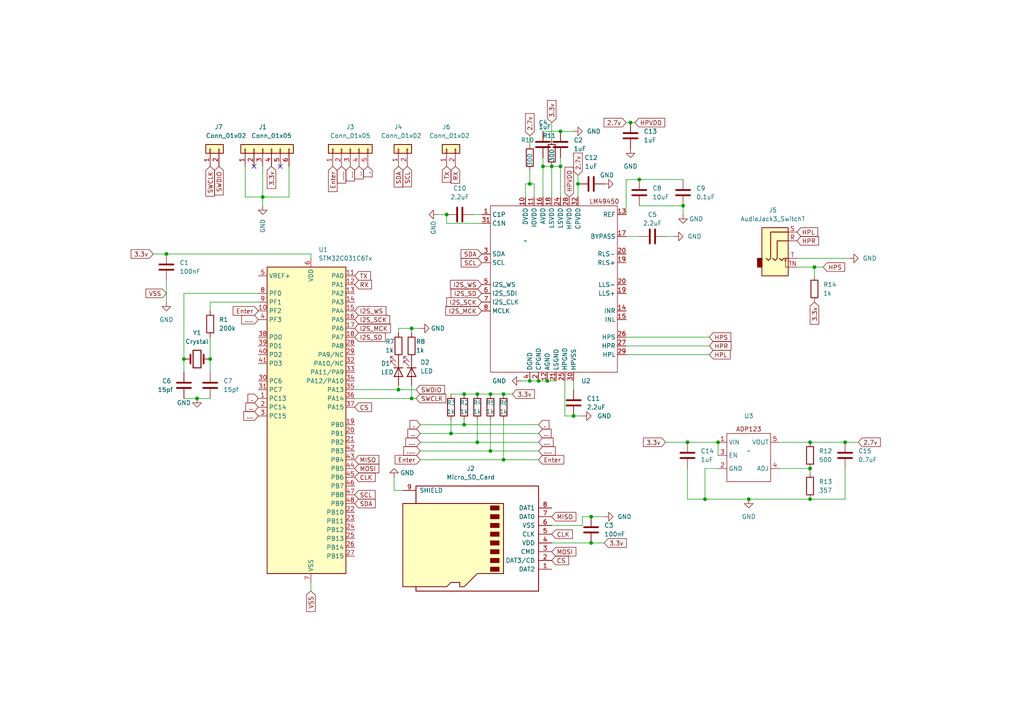
<source format=kicad_sch>
(kicad_sch (version 20230121) (generator eeschema)

  (uuid d39be3d6-4839-40ea-b876-8841df1999a7)

  (paper "A4")

  (title_block
    (title "OTTO_MOBO (By: Ose Obinyan)")
  )

  (lib_symbols
    (symbol "Connector:Micro_SD_Card" (pin_names (offset 1.016)) (in_bom yes) (on_board yes)
      (property "Reference" "J" (at -16.51 15.24 0)
        (effects (font (size 1.27 1.27)))
      )
      (property "Value" "Micro_SD_Card" (at 16.51 15.24 0)
        (effects (font (size 1.27 1.27)) (justify right))
      )
      (property "Footprint" "" (at 29.21 7.62 0)
        (effects (font (size 1.27 1.27)) hide)
      )
      (property "Datasheet" "http://katalog.we-online.de/em/datasheet/693072010801.pdf" (at 0 0 0)
        (effects (font (size 1.27 1.27)) hide)
      )
      (property "ki_keywords" "connector SD microsd" (at 0 0 0)
        (effects (font (size 1.27 1.27)) hide)
      )
      (property "ki_description" "Micro SD Card Socket" (at 0 0 0)
        (effects (font (size 1.27 1.27)) hide)
      )
      (property "ki_fp_filters" "microSD*" (at 0 0 0)
        (effects (font (size 1.27 1.27)) hide)
      )
      (symbol "Micro_SD_Card_0_1"
        (rectangle (start -7.62 -9.525) (end -5.08 -10.795)
          (stroke (width 0) (type default))
          (fill (type outline))
        )
        (rectangle (start -7.62 -6.985) (end -5.08 -8.255)
          (stroke (width 0) (type default))
          (fill (type outline))
        )
        (rectangle (start -7.62 -4.445) (end -5.08 -5.715)
          (stroke (width 0) (type default))
          (fill (type outline))
        )
        (rectangle (start -7.62 -1.905) (end -5.08 -3.175)
          (stroke (width 0) (type default))
          (fill (type outline))
        )
        (rectangle (start -7.62 0.635) (end -5.08 -0.635)
          (stroke (width 0) (type default))
          (fill (type outline))
        )
        (rectangle (start -7.62 3.175) (end -5.08 1.905)
          (stroke (width 0) (type default))
          (fill (type outline))
        )
        (rectangle (start -7.62 5.715) (end -5.08 4.445)
          (stroke (width 0) (type default))
          (fill (type outline))
        )
        (rectangle (start -7.62 8.255) (end -5.08 6.985)
          (stroke (width 0) (type default))
          (fill (type outline))
        )
        (polyline
          (pts
            (xy 16.51 12.7)
            (xy 16.51 13.97)
            (xy -19.05 13.97)
            (xy -19.05 -16.51)
            (xy 16.51 -16.51)
            (xy 16.51 -11.43)
          )
          (stroke (width 0.254) (type default))
          (fill (type none))
        )
        (polyline
          (pts
            (xy -8.89 -11.43)
            (xy -8.89 8.89)
            (xy -1.27 8.89)
            (xy 2.54 12.7)
            (xy 3.81 12.7)
            (xy 3.81 11.43)
            (xy 6.35 11.43)
            (xy 7.62 12.7)
            (xy 20.32 12.7)
            (xy 20.32 -11.43)
            (xy -8.89 -11.43)
          )
          (stroke (width 0.254) (type default))
          (fill (type background))
        )
      )
      (symbol "Micro_SD_Card_1_1"
        (pin bidirectional line (at -22.86 7.62 0) (length 3.81)
          (name "DAT2" (effects (font (size 1.27 1.27))))
          (number "1" (effects (font (size 1.27 1.27))))
        )
        (pin bidirectional line (at -22.86 5.08 0) (length 3.81)
          (name "DAT3/CD" (effects (font (size 1.27 1.27))))
          (number "2" (effects (font (size 1.27 1.27))))
        )
        (pin input line (at -22.86 2.54 0) (length 3.81)
          (name "CMD" (effects (font (size 1.27 1.27))))
          (number "3" (effects (font (size 1.27 1.27))))
        )
        (pin power_in line (at -22.86 0 0) (length 3.81)
          (name "VDD" (effects (font (size 1.27 1.27))))
          (number "4" (effects (font (size 1.27 1.27))))
        )
        (pin input line (at -22.86 -2.54 0) (length 3.81)
          (name "CLK" (effects (font (size 1.27 1.27))))
          (number "5" (effects (font (size 1.27 1.27))))
        )
        (pin power_in line (at -22.86 -5.08 0) (length 3.81)
          (name "VSS" (effects (font (size 1.27 1.27))))
          (number "6" (effects (font (size 1.27 1.27))))
        )
        (pin bidirectional line (at -22.86 -7.62 0) (length 3.81)
          (name "DAT0" (effects (font (size 1.27 1.27))))
          (number "7" (effects (font (size 1.27 1.27))))
        )
        (pin bidirectional line (at -22.86 -10.16 0) (length 3.81)
          (name "DAT1" (effects (font (size 1.27 1.27))))
          (number "8" (effects (font (size 1.27 1.27))))
        )
        (pin passive line (at 20.32 -15.24 180) (length 3.81)
          (name "SHIELD" (effects (font (size 1.27 1.27))))
          (number "9" (effects (font (size 1.27 1.27))))
        )
      )
    )
    (symbol "Connector_Audio:AudioJack3_SwitchT" (in_bom yes) (on_board yes)
      (property "Reference" "J" (at 0 8.89 0)
        (effects (font (size 1.27 1.27)))
      )
      (property "Value" "AudioJack3_SwitchT" (at 0 6.35 0)
        (effects (font (size 1.27 1.27)))
      )
      (property "Footprint" "" (at 0 0 0)
        (effects (font (size 1.27 1.27)) hide)
      )
      (property "Datasheet" "~" (at 0 0 0)
        (effects (font (size 1.27 1.27)) hide)
      )
      (property "ki_keywords" "audio jack receptacle stereo headphones phones TRS connector" (at 0 0 0)
        (effects (font (size 1.27 1.27)) hide)
      )
      (property "ki_description" "Audio Jack, 3 Poles (Stereo / TRS), Switched T Pole (Normalling)" (at 0 0 0)
        (effects (font (size 1.27 1.27)) hide)
      )
      (property "ki_fp_filters" "Jack*" (at 0 0 0)
        (effects (font (size 1.27 1.27)) hide)
      )
      (symbol "AudioJack3_SwitchT_0_1"
        (rectangle (start -5.08 -5.08) (end -6.35 -7.62)
          (stroke (width 0.254) (type default))
          (fill (type outline))
        )
        (polyline
          (pts
            (xy 1.778 -5.334)
            (xy 2.032 -5.842)
          )
          (stroke (width 0) (type default))
          (fill (type none))
        )
        (polyline
          (pts
            (xy 0 -5.08)
            (xy 0.635 -5.715)
            (xy 1.27 -5.08)
            (xy 2.54 -5.08)
          )
          (stroke (width 0.254) (type default))
          (fill (type none))
        )
        (polyline
          (pts
            (xy 2.54 -7.62)
            (xy 1.778 -7.62)
            (xy 1.778 -5.334)
            (xy 1.524 -5.842)
          )
          (stroke (width 0) (type default))
          (fill (type none))
        )
        (polyline
          (pts
            (xy -1.905 -5.08)
            (xy -1.27 -5.715)
            (xy -0.635 -5.08)
            (xy -0.635 0)
            (xy 2.54 0)
          )
          (stroke (width 0.254) (type default))
          (fill (type none))
        )
        (polyline
          (pts
            (xy 2.54 2.54)
            (xy -2.54 2.54)
            (xy -2.54 -5.08)
            (xy -3.175 -5.715)
            (xy -3.81 -5.08)
          )
          (stroke (width 0.254) (type default))
          (fill (type none))
        )
        (rectangle (start 2.54 3.81) (end -5.08 -10.16)
          (stroke (width 0.254) (type default))
          (fill (type background))
        )
      )
      (symbol "AudioJack3_SwitchT_1_1"
        (pin passive line (at 5.08 0 180) (length 2.54)
          (name "~" (effects (font (size 1.27 1.27))))
          (number "R" (effects (font (size 1.27 1.27))))
        )
        (pin passive line (at 5.08 2.54 180) (length 2.54)
          (name "~" (effects (font (size 1.27 1.27))))
          (number "S" (effects (font (size 1.27 1.27))))
        )
        (pin passive line (at 5.08 -5.08 180) (length 2.54)
          (name "~" (effects (font (size 1.27 1.27))))
          (number "T" (effects (font (size 1.27 1.27))))
        )
        (pin passive line (at 5.08 -7.62 180) (length 2.54)
          (name "~" (effects (font (size 1.27 1.27))))
          (number "TN" (effects (font (size 1.27 1.27))))
        )
      )
    )
    (symbol "Connector_Generic:Conn_01x02" (pin_names (offset 1.016) hide) (in_bom yes) (on_board yes)
      (property "Reference" "J" (at 0 2.54 0)
        (effects (font (size 1.27 1.27)))
      )
      (property "Value" "Conn_01x02" (at 0 -5.08 0)
        (effects (font (size 1.27 1.27)))
      )
      (property "Footprint" "" (at 0 0 0)
        (effects (font (size 1.27 1.27)) hide)
      )
      (property "Datasheet" "~" (at 0 0 0)
        (effects (font (size 1.27 1.27)) hide)
      )
      (property "ki_keywords" "connector" (at 0 0 0)
        (effects (font (size 1.27 1.27)) hide)
      )
      (property "ki_description" "Generic connector, single row, 01x02, script generated (kicad-library-utils/schlib/autogen/connector/)" (at 0 0 0)
        (effects (font (size 1.27 1.27)) hide)
      )
      (property "ki_fp_filters" "Connector*:*_1x??_*" (at 0 0 0)
        (effects (font (size 1.27 1.27)) hide)
      )
      (symbol "Conn_01x02_1_1"
        (rectangle (start -1.27 -2.413) (end 0 -2.667)
          (stroke (width 0.1524) (type default))
          (fill (type none))
        )
        (rectangle (start -1.27 0.127) (end 0 -0.127)
          (stroke (width 0.1524) (type default))
          (fill (type none))
        )
        (rectangle (start -1.27 1.27) (end 1.27 -3.81)
          (stroke (width 0.254) (type default))
          (fill (type background))
        )
        (pin passive line (at -5.08 0 0) (length 3.81)
          (name "Pin_1" (effects (font (size 1.27 1.27))))
          (number "1" (effects (font (size 1.27 1.27))))
        )
        (pin passive line (at -5.08 -2.54 0) (length 3.81)
          (name "Pin_2" (effects (font (size 1.27 1.27))))
          (number "2" (effects (font (size 1.27 1.27))))
        )
      )
    )
    (symbol "Connector_Generic:Conn_01x05" (pin_names (offset 1.016) hide) (in_bom yes) (on_board yes)
      (property "Reference" "J" (at 0 7.62 0)
        (effects (font (size 1.27 1.27)))
      )
      (property "Value" "Conn_01x05" (at 0 -7.62 0)
        (effects (font (size 1.27 1.27)))
      )
      (property "Footprint" "" (at 0 0 0)
        (effects (font (size 1.27 1.27)) hide)
      )
      (property "Datasheet" "~" (at 0 0 0)
        (effects (font (size 1.27 1.27)) hide)
      )
      (property "ki_keywords" "connector" (at 0 0 0)
        (effects (font (size 1.27 1.27)) hide)
      )
      (property "ki_description" "Generic connector, single row, 01x05, script generated (kicad-library-utils/schlib/autogen/connector/)" (at 0 0 0)
        (effects (font (size 1.27 1.27)) hide)
      )
      (property "ki_fp_filters" "Connector*:*_1x??_*" (at 0 0 0)
        (effects (font (size 1.27 1.27)) hide)
      )
      (symbol "Conn_01x05_1_1"
        (rectangle (start -1.27 -4.953) (end 0 -5.207)
          (stroke (width 0.1524) (type default))
          (fill (type none))
        )
        (rectangle (start -1.27 -2.413) (end 0 -2.667)
          (stroke (width 0.1524) (type default))
          (fill (type none))
        )
        (rectangle (start -1.27 0.127) (end 0 -0.127)
          (stroke (width 0.1524) (type default))
          (fill (type none))
        )
        (rectangle (start -1.27 2.667) (end 0 2.413)
          (stroke (width 0.1524) (type default))
          (fill (type none))
        )
        (rectangle (start -1.27 5.207) (end 0 4.953)
          (stroke (width 0.1524) (type default))
          (fill (type none))
        )
        (rectangle (start -1.27 6.35) (end 1.27 -6.35)
          (stroke (width 0.254) (type default))
          (fill (type background))
        )
        (pin passive line (at -5.08 5.08 0) (length 3.81)
          (name "Pin_1" (effects (font (size 1.27 1.27))))
          (number "1" (effects (font (size 1.27 1.27))))
        )
        (pin passive line (at -5.08 2.54 0) (length 3.81)
          (name "Pin_2" (effects (font (size 1.27 1.27))))
          (number "2" (effects (font (size 1.27 1.27))))
        )
        (pin passive line (at -5.08 0 0) (length 3.81)
          (name "Pin_3" (effects (font (size 1.27 1.27))))
          (number "3" (effects (font (size 1.27 1.27))))
        )
        (pin passive line (at -5.08 -2.54 0) (length 3.81)
          (name "Pin_4" (effects (font (size 1.27 1.27))))
          (number "4" (effects (font (size 1.27 1.27))))
        )
        (pin passive line (at -5.08 -5.08 0) (length 3.81)
          (name "Pin_5" (effects (font (size 1.27 1.27))))
          (number "5" (effects (font (size 1.27 1.27))))
        )
      )
    )
    (symbol "Connector_Generic:Conn_01x06" (pin_names (offset 1.016) hide) (in_bom yes) (on_board yes)
      (property "Reference" "J" (at 0 7.62 0)
        (effects (font (size 1.27 1.27)))
      )
      (property "Value" "Conn_01x06" (at 0 -10.16 0)
        (effects (font (size 1.27 1.27)))
      )
      (property "Footprint" "" (at 0 0 0)
        (effects (font (size 1.27 1.27)) hide)
      )
      (property "Datasheet" "~" (at 0 0 0)
        (effects (font (size 1.27 1.27)) hide)
      )
      (property "ki_keywords" "connector" (at 0 0 0)
        (effects (font (size 1.27 1.27)) hide)
      )
      (property "ki_description" "Generic connector, single row, 01x06, script generated (kicad-library-utils/schlib/autogen/connector/)" (at 0 0 0)
        (effects (font (size 1.27 1.27)) hide)
      )
      (property "ki_fp_filters" "Connector*:*_1x??_*" (at 0 0 0)
        (effects (font (size 1.27 1.27)) hide)
      )
      (symbol "Conn_01x06_1_1"
        (rectangle (start -1.27 -7.493) (end 0 -7.747)
          (stroke (width 0.1524) (type default))
          (fill (type none))
        )
        (rectangle (start -1.27 -4.953) (end 0 -5.207)
          (stroke (width 0.1524) (type default))
          (fill (type none))
        )
        (rectangle (start -1.27 -2.413) (end 0 -2.667)
          (stroke (width 0.1524) (type default))
          (fill (type none))
        )
        (rectangle (start -1.27 0.127) (end 0 -0.127)
          (stroke (width 0.1524) (type default))
          (fill (type none))
        )
        (rectangle (start -1.27 2.667) (end 0 2.413)
          (stroke (width 0.1524) (type default))
          (fill (type none))
        )
        (rectangle (start -1.27 5.207) (end 0 4.953)
          (stroke (width 0.1524) (type default))
          (fill (type none))
        )
        (rectangle (start -1.27 6.35) (end 1.27 -8.89)
          (stroke (width 0.254) (type default))
          (fill (type background))
        )
        (pin passive line (at -5.08 5.08 0) (length 3.81)
          (name "Pin_1" (effects (font (size 1.27 1.27))))
          (number "1" (effects (font (size 1.27 1.27))))
        )
        (pin passive line (at -5.08 2.54 0) (length 3.81)
          (name "Pin_2" (effects (font (size 1.27 1.27))))
          (number "2" (effects (font (size 1.27 1.27))))
        )
        (pin passive line (at -5.08 0 0) (length 3.81)
          (name "Pin_3" (effects (font (size 1.27 1.27))))
          (number "3" (effects (font (size 1.27 1.27))))
        )
        (pin passive line (at -5.08 -2.54 0) (length 3.81)
          (name "Pin_4" (effects (font (size 1.27 1.27))))
          (number "4" (effects (font (size 1.27 1.27))))
        )
        (pin passive line (at -5.08 -5.08 0) (length 3.81)
          (name "Pin_5" (effects (font (size 1.27 1.27))))
          (number "5" (effects (font (size 1.27 1.27))))
        )
        (pin passive line (at -5.08 -7.62 0) (length 3.81)
          (name "Pin_6" (effects (font (size 1.27 1.27))))
          (number "6" (effects (font (size 1.27 1.27))))
        )
      )
    )
    (symbol "Device:C" (pin_numbers hide) (pin_names (offset 0.254)) (in_bom yes) (on_board yes)
      (property "Reference" "C" (at 0.635 2.54 0)
        (effects (font (size 1.27 1.27)) (justify left))
      )
      (property "Value" "C" (at 0.635 -2.54 0)
        (effects (font (size 1.27 1.27)) (justify left))
      )
      (property "Footprint" "" (at 0.9652 -3.81 0)
        (effects (font (size 1.27 1.27)) hide)
      )
      (property "Datasheet" "~" (at 0 0 0)
        (effects (font (size 1.27 1.27)) hide)
      )
      (property "ki_keywords" "cap capacitor" (at 0 0 0)
        (effects (font (size 1.27 1.27)) hide)
      )
      (property "ki_description" "Unpolarized capacitor" (at 0 0 0)
        (effects (font (size 1.27 1.27)) hide)
      )
      (property "ki_fp_filters" "C_*" (at 0 0 0)
        (effects (font (size 1.27 1.27)) hide)
      )
      (symbol "C_0_1"
        (polyline
          (pts
            (xy -2.032 -0.762)
            (xy 2.032 -0.762)
          )
          (stroke (width 0.508) (type default))
          (fill (type none))
        )
        (polyline
          (pts
            (xy -2.032 0.762)
            (xy 2.032 0.762)
          )
          (stroke (width 0.508) (type default))
          (fill (type none))
        )
      )
      (symbol "C_1_1"
        (pin passive line (at 0 3.81 270) (length 2.794)
          (name "~" (effects (font (size 1.27 1.27))))
          (number "1" (effects (font (size 1.27 1.27))))
        )
        (pin passive line (at 0 -3.81 90) (length 2.794)
          (name "~" (effects (font (size 1.27 1.27))))
          (number "2" (effects (font (size 1.27 1.27))))
        )
      )
    )
    (symbol "Device:Crystal" (pin_numbers hide) (pin_names (offset 1.016) hide) (in_bom yes) (on_board yes)
      (property "Reference" "Y" (at 0 3.81 0)
        (effects (font (size 1.27 1.27)))
      )
      (property "Value" "Crystal" (at 0 -3.81 0)
        (effects (font (size 1.27 1.27)))
      )
      (property "Footprint" "" (at 0 0 0)
        (effects (font (size 1.27 1.27)) hide)
      )
      (property "Datasheet" "~" (at 0 0 0)
        (effects (font (size 1.27 1.27)) hide)
      )
      (property "ki_keywords" "quartz ceramic resonator oscillator" (at 0 0 0)
        (effects (font (size 1.27 1.27)) hide)
      )
      (property "ki_description" "Two pin crystal" (at 0 0 0)
        (effects (font (size 1.27 1.27)) hide)
      )
      (property "ki_fp_filters" "Crystal*" (at 0 0 0)
        (effects (font (size 1.27 1.27)) hide)
      )
      (symbol "Crystal_0_1"
        (rectangle (start -1.143 2.54) (end 1.143 -2.54)
          (stroke (width 0.3048) (type default))
          (fill (type none))
        )
        (polyline
          (pts
            (xy -2.54 0)
            (xy -1.905 0)
          )
          (stroke (width 0) (type default))
          (fill (type none))
        )
        (polyline
          (pts
            (xy -1.905 -1.27)
            (xy -1.905 1.27)
          )
          (stroke (width 0.508) (type default))
          (fill (type none))
        )
        (polyline
          (pts
            (xy 1.905 -1.27)
            (xy 1.905 1.27)
          )
          (stroke (width 0.508) (type default))
          (fill (type none))
        )
        (polyline
          (pts
            (xy 2.54 0)
            (xy 1.905 0)
          )
          (stroke (width 0) (type default))
          (fill (type none))
        )
      )
      (symbol "Crystal_1_1"
        (pin passive line (at -3.81 0 0) (length 1.27)
          (name "1" (effects (font (size 1.27 1.27))))
          (number "1" (effects (font (size 1.27 1.27))))
        )
        (pin passive line (at 3.81 0 180) (length 1.27)
          (name "2" (effects (font (size 1.27 1.27))))
          (number "2" (effects (font (size 1.27 1.27))))
        )
      )
    )
    (symbol "Device:LED" (pin_numbers hide) (pin_names (offset 1.016) hide) (in_bom yes) (on_board yes)
      (property "Reference" "D" (at 0 2.54 0)
        (effects (font (size 1.27 1.27)))
      )
      (property "Value" "LED" (at 0 -2.54 0)
        (effects (font (size 1.27 1.27)))
      )
      (property "Footprint" "" (at 0 0 0)
        (effects (font (size 1.27 1.27)) hide)
      )
      (property "Datasheet" "~" (at 0 0 0)
        (effects (font (size 1.27 1.27)) hide)
      )
      (property "ki_keywords" "LED diode" (at 0 0 0)
        (effects (font (size 1.27 1.27)) hide)
      )
      (property "ki_description" "Light emitting diode" (at 0 0 0)
        (effects (font (size 1.27 1.27)) hide)
      )
      (property "ki_fp_filters" "LED* LED_SMD:* LED_THT:*" (at 0 0 0)
        (effects (font (size 1.27 1.27)) hide)
      )
      (symbol "LED_0_1"
        (polyline
          (pts
            (xy -1.27 -1.27)
            (xy -1.27 1.27)
          )
          (stroke (width 0.254) (type default))
          (fill (type none))
        )
        (polyline
          (pts
            (xy -1.27 0)
            (xy 1.27 0)
          )
          (stroke (width 0) (type default))
          (fill (type none))
        )
        (polyline
          (pts
            (xy 1.27 -1.27)
            (xy 1.27 1.27)
            (xy -1.27 0)
            (xy 1.27 -1.27)
          )
          (stroke (width 0.254) (type default))
          (fill (type none))
        )
        (polyline
          (pts
            (xy -3.048 -0.762)
            (xy -4.572 -2.286)
            (xy -3.81 -2.286)
            (xy -4.572 -2.286)
            (xy -4.572 -1.524)
          )
          (stroke (width 0) (type default))
          (fill (type none))
        )
        (polyline
          (pts
            (xy -1.778 -0.762)
            (xy -3.302 -2.286)
            (xy -2.54 -2.286)
            (xy -3.302 -2.286)
            (xy -3.302 -1.524)
          )
          (stroke (width 0) (type default))
          (fill (type none))
        )
      )
      (symbol "LED_1_1"
        (pin passive line (at -3.81 0 0) (length 2.54)
          (name "K" (effects (font (size 1.27 1.27))))
          (number "1" (effects (font (size 1.27 1.27))))
        )
        (pin passive line (at 3.81 0 180) (length 2.54)
          (name "A" (effects (font (size 1.27 1.27))))
          (number "2" (effects (font (size 1.27 1.27))))
        )
      )
    )
    (symbol "Device:R" (pin_numbers hide) (pin_names (offset 0)) (in_bom yes) (on_board yes)
      (property "Reference" "R" (at 2.032 0 90)
        (effects (font (size 1.27 1.27)))
      )
      (property "Value" "R" (at 0 0 90)
        (effects (font (size 1.27 1.27)))
      )
      (property "Footprint" "" (at -1.778 0 90)
        (effects (font (size 1.27 1.27)) hide)
      )
      (property "Datasheet" "~" (at 0 0 0)
        (effects (font (size 1.27 1.27)) hide)
      )
      (property "ki_keywords" "R res resistor" (at 0 0 0)
        (effects (font (size 1.27 1.27)) hide)
      )
      (property "ki_description" "Resistor" (at 0 0 0)
        (effects (font (size 1.27 1.27)) hide)
      )
      (property "ki_fp_filters" "R_*" (at 0 0 0)
        (effects (font (size 1.27 1.27)) hide)
      )
      (symbol "R_0_1"
        (rectangle (start -1.016 -2.54) (end 1.016 2.54)
          (stroke (width 0.254) (type default))
          (fill (type none))
        )
      )
      (symbol "R_1_1"
        (pin passive line (at 0 3.81 270) (length 1.27)
          (name "~" (effects (font (size 1.27 1.27))))
          (number "1" (effects (font (size 1.27 1.27))))
        )
        (pin passive line (at 0 -3.81 90) (length 1.27)
          (name "~" (effects (font (size 1.27 1.27))))
          (number "2" (effects (font (size 1.27 1.27))))
        )
      )
    )
    (symbol "MCU_ST_STM32C0:STM32C031C6Tx" (in_bom yes) (on_board yes)
      (property "Reference" "U" (at -10.16 46.99 0)
        (effects (font (size 1.27 1.27)) (justify left))
      )
      (property "Value" "STM32C031C6Tx" (at 5.08 46.99 0)
        (effects (font (size 1.27 1.27)) (justify left))
      )
      (property "Footprint" "Package_QFP:LQFP-48_7x7mm_P0.5mm" (at -10.16 -43.18 0)
        (effects (font (size 1.27 1.27)) (justify right) hide)
      )
      (property "Datasheet" "https://www.st.com/resource/en/datasheet/stm32c031c6.pdf" (at 0 0 0)
        (effects (font (size 1.27 1.27)) hide)
      )
      (property "ki_locked" "" (at 0 0 0)
        (effects (font (size 1.27 1.27)))
      )
      (property "ki_keywords" "Arm Cortex-M0+ STM32C0 STM32C0x1" (at 0 0 0)
        (effects (font (size 1.27 1.27)) hide)
      )
      (property "ki_description" "STMicroelectronics Arm Cortex-M0+ MCU, 32KB flash, 12KB RAM, 48 MHz, 2.0-3.6V, 45 GPIO, LQFP48" (at 0 0 0)
        (effects (font (size 1.27 1.27)) hide)
      )
      (property "ki_fp_filters" "LQFP*7x7mm*P0.5mm*" (at 0 0 0)
        (effects (font (size 1.27 1.27)) hide)
      )
      (symbol "STM32C031C6Tx_0_1"
        (rectangle (start -10.16 -43.18) (end 12.7 45.72)
          (stroke (width 0.254) (type default))
          (fill (type background))
        )
      )
      (symbol "STM32C031C6Tx_1_1"
        (pin bidirectional line (at -12.7 7.62 0) (length 2.54)
          (name "PC13" (effects (font (size 1.27 1.27))))
          (number "1" (effects (font (size 1.27 1.27))))
          (alternate "PWR_WKUP2" bidirectional line)
          (alternate "RTC_OUT1" bidirectional line)
          (alternate "RTC_TS" bidirectional line)
          (alternate "TIM1_BKIN" bidirectional line)
          (alternate "TIM1_ETR" bidirectional line)
        )
        (pin bidirectional line (at -12.7 33.02 0) (length 2.54)
          (name "PF2" (effects (font (size 1.27 1.27))))
          (number "10" (effects (font (size 1.27 1.27))))
          (alternate "RCC_MCO" bidirectional line)
          (alternate "TIM1_CH4" bidirectional line)
        )
        (pin bidirectional line (at 15.24 43.18 180) (length 2.54)
          (name "PA0" (effects (font (size 1.27 1.27))))
          (number "11" (effects (font (size 1.27 1.27))))
          (alternate "ADC1_IN0" bidirectional line)
          (alternate "PWR_WKUP1" bidirectional line)
          (alternate "TIM16_CH1" bidirectional line)
          (alternate "TIM1_CH1" bidirectional line)
          (alternate "USART1_TX" bidirectional line)
          (alternate "USART2_CTS" bidirectional line)
          (alternate "USART2_NSS" bidirectional line)
        )
        (pin bidirectional line (at 15.24 40.64 180) (length 2.54)
          (name "PA1" (effects (font (size 1.27 1.27))))
          (number "12" (effects (font (size 1.27 1.27))))
          (alternate "ADC1_IN1" bidirectional line)
          (alternate "I2C1_SMBA" bidirectional line)
          (alternate "I2S1_CK" bidirectional line)
          (alternate "SPI1_SCK" bidirectional line)
          (alternate "TIM17_CH1" bidirectional line)
          (alternate "TIM1_CH2" bidirectional line)
          (alternate "USART1_RX" bidirectional line)
          (alternate "USART2_CK" bidirectional line)
          (alternate "USART2_DE" bidirectional line)
          (alternate "USART2_RTS" bidirectional line)
        )
        (pin bidirectional line (at 15.24 38.1 180) (length 2.54)
          (name "PA2" (effects (font (size 1.27 1.27))))
          (number "13" (effects (font (size 1.27 1.27))))
          (alternate "ADC1_IN2" bidirectional line)
          (alternate "I2S1_SD" bidirectional line)
          (alternate "PWR_WKUP4" bidirectional line)
          (alternate "RCC_LSCO" bidirectional line)
          (alternate "SPI1_MOSI" bidirectional line)
          (alternate "TIM16_CH1N" bidirectional line)
          (alternate "TIM1_CH3" bidirectional line)
          (alternate "TIM3_ETR" bidirectional line)
          (alternate "USART2_TX" bidirectional line)
        )
        (pin bidirectional line (at 15.24 35.56 180) (length 2.54)
          (name "PA3" (effects (font (size 1.27 1.27))))
          (number "14" (effects (font (size 1.27 1.27))))
          (alternate "ADC1_IN3" bidirectional line)
          (alternate "TIM1_CH1N" bidirectional line)
          (alternate "TIM1_CH4" bidirectional line)
          (alternate "USART2_RX" bidirectional line)
        )
        (pin bidirectional line (at 15.24 33.02 180) (length 2.54)
          (name "PA4" (effects (font (size 1.27 1.27))))
          (number "15" (effects (font (size 1.27 1.27))))
          (alternate "ADC1_IN4" bidirectional line)
          (alternate "I2S1_WS" bidirectional line)
          (alternate "RTC_OUT2" bidirectional line)
          (alternate "SPI1_NSS" bidirectional line)
          (alternate "TIM14_CH1" bidirectional line)
          (alternate "TIM17_CH1N" bidirectional line)
          (alternate "TIM1_CH2N" bidirectional line)
          (alternate "USART2_TX" bidirectional line)
        )
        (pin bidirectional line (at 15.24 30.48 180) (length 2.54)
          (name "PA5" (effects (font (size 1.27 1.27))))
          (number "16" (effects (font (size 1.27 1.27))))
          (alternate "ADC1_IN5" bidirectional line)
          (alternate "I2S1_CK" bidirectional line)
          (alternate "SPI1_SCK" bidirectional line)
          (alternate "TIM1_CH1" bidirectional line)
          (alternate "TIM1_CH3N" bidirectional line)
          (alternate "USART2_RX" bidirectional line)
        )
        (pin bidirectional line (at 15.24 27.94 180) (length 2.54)
          (name "PA6" (effects (font (size 1.27 1.27))))
          (number "17" (effects (font (size 1.27 1.27))))
          (alternate "ADC1_IN6" bidirectional line)
          (alternate "I2S1_MCK" bidirectional line)
          (alternate "SPI1_MISO" bidirectional line)
          (alternate "TIM16_CH1" bidirectional line)
          (alternate "TIM1_BKIN" bidirectional line)
          (alternate "TIM3_CH1" bidirectional line)
        )
        (pin bidirectional line (at 15.24 25.4 180) (length 2.54)
          (name "PA7" (effects (font (size 1.27 1.27))))
          (number "18" (effects (font (size 1.27 1.27))))
          (alternate "ADC1_IN7" bidirectional line)
          (alternate "I2S1_SD" bidirectional line)
          (alternate "SPI1_MOSI" bidirectional line)
          (alternate "TIM14_CH1" bidirectional line)
          (alternate "TIM17_CH1" bidirectional line)
          (alternate "TIM1_CH1N" bidirectional line)
          (alternate "TIM3_CH2" bidirectional line)
        )
        (pin bidirectional line (at 15.24 0 180) (length 2.54)
          (name "PB0" (effects (font (size 1.27 1.27))))
          (number "19" (effects (font (size 1.27 1.27))))
          (alternate "ADC1_IN17" bidirectional line)
          (alternate "I2S1_WS" bidirectional line)
          (alternate "SPI1_NSS" bidirectional line)
          (alternate "TIM1_CH2N" bidirectional line)
          (alternate "TIM3_CH3" bidirectional line)
        )
        (pin bidirectional line (at -12.7 5.08 0) (length 2.54)
          (name "PC14" (effects (font (size 1.27 1.27))))
          (number "2" (effects (font (size 1.27 1.27))))
          (alternate "I2C1_SDA" bidirectional line)
          (alternate "IR_OUT" bidirectional line)
          (alternate "RCC_OSCX_IN" bidirectional line)
          (alternate "TIM17_CH1" bidirectional line)
          (alternate "TIM1_BKIN2" bidirectional line)
          (alternate "TIM1_ETR" bidirectional line)
          (alternate "TIM3_CH2" bidirectional line)
          (alternate "USART1_TX" bidirectional line)
          (alternate "USART2_CK" bidirectional line)
          (alternate "USART2_DE" bidirectional line)
          (alternate "USART2_RTS" bidirectional line)
        )
        (pin bidirectional line (at 15.24 -2.54 180) (length 2.54)
          (name "PB1" (effects (font (size 1.27 1.27))))
          (number "20" (effects (font (size 1.27 1.27))))
          (alternate "ADC1_IN18" bidirectional line)
          (alternate "TIM14_CH1" bidirectional line)
          (alternate "TIM1_CH2N" bidirectional line)
          (alternate "TIM1_CH3N" bidirectional line)
          (alternate "TIM3_CH4" bidirectional line)
        )
        (pin bidirectional line (at 15.24 -5.08 180) (length 2.54)
          (name "PB2" (effects (font (size 1.27 1.27))))
          (number "21" (effects (font (size 1.27 1.27))))
          (alternate "ADC1_IN19" bidirectional line)
          (alternate "RCC_MCO_2" bidirectional line)
          (alternate "USART1_RX" bidirectional line)
        )
        (pin bidirectional line (at 15.24 -25.4 180) (length 2.54)
          (name "PB10" (effects (font (size 1.27 1.27))))
          (number "22" (effects (font (size 1.27 1.27))))
          (alternate "ADC1_IN20" bidirectional line)
        )
        (pin bidirectional line (at 15.24 -27.94 180) (length 2.54)
          (name "PB11" (effects (font (size 1.27 1.27))))
          (number "23" (effects (font (size 1.27 1.27))))
          (alternate "ADC1_EXTI11" bidirectional line)
          (alternate "ADC1_IN21" bidirectional line)
        )
        (pin bidirectional line (at 15.24 -30.48 180) (length 2.54)
          (name "PB12" (effects (font (size 1.27 1.27))))
          (number "24" (effects (font (size 1.27 1.27))))
          (alternate "ADC1_IN22" bidirectional line)
          (alternate "TIM1_BKIN" bidirectional line)
          (alternate "TIM1_BKIN2" bidirectional line)
        )
        (pin bidirectional line (at 15.24 -33.02 180) (length 2.54)
          (name "PB13" (effects (font (size 1.27 1.27))))
          (number "25" (effects (font (size 1.27 1.27))))
          (alternate "TIM1_CH1N" bidirectional line)
        )
        (pin bidirectional line (at 15.24 -35.56 180) (length 2.54)
          (name "PB14" (effects (font (size 1.27 1.27))))
          (number "26" (effects (font (size 1.27 1.27))))
          (alternate "TIM1_CH2N" bidirectional line)
        )
        (pin bidirectional line (at 15.24 -38.1 180) (length 2.54)
          (name "PB15" (effects (font (size 1.27 1.27))))
          (number "27" (effects (font (size 1.27 1.27))))
          (alternate "RTC_REFIN" bidirectional line)
          (alternate "TIM1_CH3N" bidirectional line)
        )
        (pin bidirectional line (at 15.24 22.86 180) (length 2.54)
          (name "PA8" (effects (font (size 1.27 1.27))))
          (number "28" (effects (font (size 1.27 1.27))))
          (alternate "ADC1_IN8" bidirectional line)
          (alternate "I2S1_WS" bidirectional line)
          (alternate "RCC_MCO" bidirectional line)
          (alternate "RCC_MCO_2" bidirectional line)
          (alternate "SPI1_NSS" bidirectional line)
          (alternate "TIM14_CH1" bidirectional line)
          (alternate "TIM1_CH1" bidirectional line)
          (alternate "TIM1_CH2N" bidirectional line)
          (alternate "TIM1_CH3N" bidirectional line)
          (alternate "TIM3_CH3" bidirectional line)
          (alternate "TIM3_CH4" bidirectional line)
          (alternate "USART1_RX" bidirectional line)
          (alternate "USART2_TX" bidirectional line)
        )
        (pin bidirectional line (at 15.24 20.32 180) (length 2.54)
          (name "PA9/NC" (effects (font (size 1.27 1.27))))
          (number "29" (effects (font (size 1.27 1.27))))
          (alternate "I2C1_SCL" bidirectional line)
          (alternate "RCC_MCO" bidirectional line)
          (alternate "TIM1_CH2" bidirectional line)
          (alternate "TIM3_ETR" bidirectional line)
          (alternate "USART1_TX" bidirectional line)
        )
        (pin bidirectional line (at -12.7 2.54 0) (length 2.54)
          (name "PC15" (effects (font (size 1.27 1.27))))
          (number "3" (effects (font (size 1.27 1.27))))
          (alternate "RCC_OSC32_EN" bidirectional line)
          (alternate "RCC_OSCX_OUT" bidirectional line)
          (alternate "RCC_OSC_EN" bidirectional line)
          (alternate "TIM1_ETR" bidirectional line)
          (alternate "TIM3_CH3" bidirectional line)
        )
        (pin bidirectional line (at -12.7 12.7 0) (length 2.54)
          (name "PC6" (effects (font (size 1.27 1.27))))
          (number "30" (effects (font (size 1.27 1.27))))
          (alternate "TIM3_CH1" bidirectional line)
        )
        (pin bidirectional line (at -12.7 10.16 0) (length 2.54)
          (name "PC7" (effects (font (size 1.27 1.27))))
          (number "31" (effects (font (size 1.27 1.27))))
          (alternate "TIM3_CH2" bidirectional line)
        )
        (pin bidirectional line (at 15.24 17.78 180) (length 2.54)
          (name "PA10/NC" (effects (font (size 1.27 1.27))))
          (number "32" (effects (font (size 1.27 1.27))))
          (alternate "I2C1_SDA" bidirectional line)
          (alternate "RCC_MCO_2" bidirectional line)
          (alternate "TIM17_BKIN" bidirectional line)
          (alternate "TIM1_CH3" bidirectional line)
          (alternate "USART1_RX" bidirectional line)
        )
        (pin bidirectional line (at 15.24 15.24 180) (length 2.54)
          (name "PA11/PA9" (effects (font (size 1.27 1.27))))
          (number "33" (effects (font (size 1.27 1.27))))
          (alternate "ADC1_EXTI11" bidirectional line)
          (alternate "ADC1_IN11" bidirectional line)
          (alternate "I2S1_MCK" bidirectional line)
          (alternate "SPI1_MISO" bidirectional line)
          (alternate "TIM1_BKIN2" bidirectional line)
          (alternate "TIM1_CH4" bidirectional line)
          (alternate "USART1_CTS" bidirectional line)
          (alternate "USART1_NSS" bidirectional line)
        )
        (pin bidirectional line (at 15.24 12.7 180) (length 2.54)
          (name "PA12/PA10" (effects (font (size 1.27 1.27))))
          (number "34" (effects (font (size 1.27 1.27))))
          (alternate "ADC1_IN12" bidirectional line)
          (alternate "I2S1_SD" bidirectional line)
          (alternate "I2S_CKIN" bidirectional line)
          (alternate "SPI1_MOSI" bidirectional line)
          (alternate "TIM1_ETR" bidirectional line)
          (alternate "USART1_CK" bidirectional line)
          (alternate "USART1_DE" bidirectional line)
          (alternate "USART1_RTS" bidirectional line)
        )
        (pin bidirectional line (at 15.24 10.16 180) (length 2.54)
          (name "PA13" (effects (font (size 1.27 1.27))))
          (number "35" (effects (font (size 1.27 1.27))))
          (alternate "ADC1_IN13" bidirectional line)
          (alternate "DEBUG_SWDIO" bidirectional line)
          (alternate "IR_OUT" bidirectional line)
          (alternate "TIM3_ETR" bidirectional line)
          (alternate "USART2_RX" bidirectional line)
        )
        (pin bidirectional line (at 15.24 7.62 180) (length 2.54)
          (name "PA14" (effects (font (size 1.27 1.27))))
          (number "36" (effects (font (size 1.27 1.27))))
          (alternate "ADC1_IN14" bidirectional line)
          (alternate "DEBUG_SWCLK" bidirectional line)
          (alternate "I2S1_WS" bidirectional line)
          (alternate "RCC_MCO_2" bidirectional line)
          (alternate "SPI1_NSS" bidirectional line)
          (alternate "TIM1_CH1" bidirectional line)
          (alternate "USART1_CK" bidirectional line)
          (alternate "USART1_DE" bidirectional line)
          (alternate "USART1_RTS" bidirectional line)
          (alternate "USART2_RX" bidirectional line)
          (alternate "USART2_TX" bidirectional line)
        )
        (pin bidirectional line (at 15.24 5.08 180) (length 2.54)
          (name "PA15" (effects (font (size 1.27 1.27))))
          (number "37" (effects (font (size 1.27 1.27))))
          (alternate "I2S1_WS" bidirectional line)
          (alternate "RCC_MCO_2" bidirectional line)
          (alternate "SPI1_NSS" bidirectional line)
          (alternate "TIM1_CH1" bidirectional line)
          (alternate "USART1_CK" bidirectional line)
          (alternate "USART1_DE" bidirectional line)
          (alternate "USART1_RTS" bidirectional line)
          (alternate "USART2_RX" bidirectional line)
        )
        (pin bidirectional line (at -12.7 25.4 0) (length 2.54)
          (name "PD0" (effects (font (size 1.27 1.27))))
          (number "38" (effects (font (size 1.27 1.27))))
          (alternate "TIM16_CH1" bidirectional line)
        )
        (pin bidirectional line (at -12.7 22.86 0) (length 2.54)
          (name "PD1" (effects (font (size 1.27 1.27))))
          (number "39" (effects (font (size 1.27 1.27))))
          (alternate "TIM17_CH1" bidirectional line)
        )
        (pin bidirectional line (at -12.7 30.48 0) (length 2.54)
          (name "PF3" (effects (font (size 1.27 1.27))))
          (number "4" (effects (font (size 1.27 1.27))))
        )
        (pin bidirectional line (at -12.7 20.32 0) (length 2.54)
          (name "PD2" (effects (font (size 1.27 1.27))))
          (number "40" (effects (font (size 1.27 1.27))))
          (alternate "TIM1_CH1N" bidirectional line)
          (alternate "TIM3_ETR" bidirectional line)
        )
        (pin bidirectional line (at -12.7 17.78 0) (length 2.54)
          (name "PD3" (effects (font (size 1.27 1.27))))
          (number "41" (effects (font (size 1.27 1.27))))
          (alternate "TIM1_CH2N" bidirectional line)
          (alternate "USART2_CTS" bidirectional line)
          (alternate "USART2_NSS" bidirectional line)
        )
        (pin bidirectional line (at 15.24 -7.62 180) (length 2.54)
          (name "PB3" (effects (font (size 1.27 1.27))))
          (number "42" (effects (font (size 1.27 1.27))))
          (alternate "I2S1_CK" bidirectional line)
          (alternate "SPI1_SCK" bidirectional line)
          (alternate "TIM1_CH2" bidirectional line)
          (alternate "TIM3_CH2" bidirectional line)
          (alternate "USART1_CK" bidirectional line)
          (alternate "USART1_DE" bidirectional line)
          (alternate "USART1_RTS" bidirectional line)
        )
        (pin bidirectional line (at 15.24 -10.16 180) (length 2.54)
          (name "PB4" (effects (font (size 1.27 1.27))))
          (number "43" (effects (font (size 1.27 1.27))))
          (alternate "I2S1_MCK" bidirectional line)
          (alternate "SPI1_MISO" bidirectional line)
          (alternate "TIM17_BKIN" bidirectional line)
          (alternate "TIM3_CH1" bidirectional line)
          (alternate "USART1_CTS" bidirectional line)
          (alternate "USART1_NSS" bidirectional line)
        )
        (pin bidirectional line (at 15.24 -12.7 180) (length 2.54)
          (name "PB5" (effects (font (size 1.27 1.27))))
          (number "44" (effects (font (size 1.27 1.27))))
          (alternate "I2C1_SMBA" bidirectional line)
          (alternate "I2S1_SD" bidirectional line)
          (alternate "PWR_WKUP6" bidirectional line)
          (alternate "SPI1_MOSI" bidirectional line)
          (alternate "TIM16_BKIN" bidirectional line)
          (alternate "TIM3_CH2" bidirectional line)
          (alternate "TIM3_CH3" bidirectional line)
        )
        (pin bidirectional line (at 15.24 -15.24 180) (length 2.54)
          (name "PB6" (effects (font (size 1.27 1.27))))
          (number "45" (effects (font (size 1.27 1.27))))
          (alternate "I2C1_SCL" bidirectional line)
          (alternate "I2C1_SMBA" bidirectional line)
          (alternate "I2S1_CK" bidirectional line)
          (alternate "I2S1_MCK" bidirectional line)
          (alternate "I2S1_SD" bidirectional line)
          (alternate "PWR_WKUP3" bidirectional line)
          (alternate "SPI1_MISO" bidirectional line)
          (alternate "SPI1_MOSI" bidirectional line)
          (alternate "SPI1_SCK" bidirectional line)
          (alternate "TIM16_BKIN" bidirectional line)
          (alternate "TIM16_CH1N" bidirectional line)
          (alternate "TIM17_BKIN" bidirectional line)
          (alternate "TIM1_CH2" bidirectional line)
          (alternate "TIM1_CH3" bidirectional line)
          (alternate "TIM3_CH1" bidirectional line)
          (alternate "TIM3_CH2" bidirectional line)
          (alternate "TIM3_CH3" bidirectional line)
          (alternate "USART1_CK" bidirectional line)
          (alternate "USART1_CTS" bidirectional line)
          (alternate "USART1_DE" bidirectional line)
          (alternate "USART1_NSS" bidirectional line)
          (alternate "USART1_RTS" bidirectional line)
          (alternate "USART1_TX" bidirectional line)
        )
        (pin bidirectional line (at 15.24 -17.78 180) (length 2.54)
          (name "PB7" (effects (font (size 1.27 1.27))))
          (number "46" (effects (font (size 1.27 1.27))))
          (alternate "I2C1_SCL" bidirectional line)
          (alternate "I2C1_SDA" bidirectional line)
          (alternate "TIM16_CH1" bidirectional line)
          (alternate "TIM17_CH1N" bidirectional line)
          (alternate "TIM1_CH4" bidirectional line)
          (alternate "TIM3_CH1" bidirectional line)
          (alternate "TIM3_CH4" bidirectional line)
          (alternate "USART1_RX" bidirectional line)
          (alternate "USART2_CTS" bidirectional line)
          (alternate "USART2_NSS" bidirectional line)
        )
        (pin bidirectional line (at 15.24 -20.32 180) (length 2.54)
          (name "PB8" (effects (font (size 1.27 1.27))))
          (number "47" (effects (font (size 1.27 1.27))))
          (alternate "I2C1_SCL" bidirectional line)
          (alternate "TIM16_CH1" bidirectional line)
          (alternate "TIM3_CH1" bidirectional line)
          (alternate "USART2_CTS" bidirectional line)
          (alternate "USART2_NSS" bidirectional line)
        )
        (pin bidirectional line (at 15.24 -22.86 180) (length 2.54)
          (name "PB9" (effects (font (size 1.27 1.27))))
          (number "48" (effects (font (size 1.27 1.27))))
          (alternate "I2C1_SDA" bidirectional line)
          (alternate "IR_OUT" bidirectional line)
          (alternate "TIM17_CH1" bidirectional line)
          (alternate "TIM3_CH2" bidirectional line)
          (alternate "USART2_CK" bidirectional line)
          (alternate "USART2_DE" bidirectional line)
          (alternate "USART2_RTS" bidirectional line)
        )
        (pin input line (at -12.7 43.18 0) (length 2.54)
          (name "VREF+" (effects (font (size 1.27 1.27))))
          (number "5" (effects (font (size 1.27 1.27))))
        )
        (pin power_in line (at 2.54 48.26 270) (length 2.54)
          (name "VDD" (effects (font (size 1.27 1.27))))
          (number "6" (effects (font (size 1.27 1.27))))
        )
        (pin power_in line (at 2.54 -45.72 90) (length 2.54)
          (name "VSS" (effects (font (size 1.27 1.27))))
          (number "7" (effects (font (size 1.27 1.27))))
        )
        (pin bidirectional line (at -12.7 38.1 0) (length 2.54)
          (name "PF0" (effects (font (size 1.27 1.27))))
          (number "8" (effects (font (size 1.27 1.27))))
          (alternate "RCC_OSC_IN" bidirectional line)
          (alternate "TIM14_CH1" bidirectional line)
        )
        (pin bidirectional line (at -12.7 35.56 0) (length 2.54)
          (name "PF1" (effects (font (size 1.27 1.27))))
          (number "9" (effects (font (size 1.27 1.27))))
          (alternate "RCC_OSC_EN" bidirectional line)
          (alternate "RCC_OSC_OUT" bidirectional line)
        )
      )
    )
    (symbol "OTTO:ADP123" (in_bom yes) (on_board yes)
      (property "Reference" "U" (at 0 10.16 0)
        (effects (font (size 1.27 1.27)))
      )
      (property "Value" "" (at 0 0 0)
        (effects (font (size 1.27 1.27)))
      )
      (property "Footprint" "" (at 0 0 0)
        (effects (font (size 1.27 1.27)) hide)
      )
      (property "Datasheet" "" (at 0 0 0)
        (effects (font (size 1.27 1.27)) hide)
      )
      (symbol "ADP123_0_1"
        (rectangle (start -6.35 5.08) (end 6.35 -8.89)
          (stroke (width 0) (type default))
          (fill (type none))
        )
      )
      (symbol "ADP123_1_1"
        (text "ADP123" (at 0 6.35 0)
          (effects (font (size 1.27 1.27)))
        )
        (pin power_in line (at -8.89 2.54 0) (length 2.54)
          (name "VIN" (effects (font (size 1.27 1.27))))
          (number "1" (effects (font (size 1.27 1.27))))
        )
        (pin power_in line (at -8.89 -5.08 0) (length 2.54)
          (name "GND" (effects (font (size 1.27 1.27))))
          (number "2" (effects (font (size 1.27 1.27))))
        )
        (pin power_in line (at -8.89 -1.27 0) (length 2.54)
          (name "EN" (effects (font (size 1.27 1.27))))
          (number "3" (effects (font (size 1.27 1.27))))
        )
        (pin power_in line (at 8.89 -5.08 180) (length 2.54)
          (name "ADJ" (effects (font (size 1.27 1.27))))
          (number "4" (effects (font (size 1.27 1.27))))
        )
        (pin power_in line (at 8.89 2.54 180) (length 2.54)
          (name "VOUT" (effects (font (size 1.27 1.27))))
          (number "5" (effects (font (size 1.27 1.27))))
        )
      )
    )
    (symbol "OTTO_PARTS:LM49450" (in_bom yes) (on_board yes)
      (property "Reference" "U" (at 10.16 21.59 0)
        (effects (font (size 1.27 1.27)))
      )
      (property "Value" "" (at -10.16 7.62 0)
        (effects (font (size 1.27 1.27)))
      )
      (property "Footprint" "" (at -10.16 7.62 0)
        (effects (font (size 1.27 1.27)) hide)
      )
      (property "Datasheet" "" (at -10.16 7.62 0)
        (effects (font (size 1.27 1.27)) hide)
      )
      (symbol "LM49450_0_1"
        (rectangle (start -20.32 17.78) (end 16.51 -30.48)
          (stroke (width 0) (type default))
          (fill (type none))
        )
      )
      (symbol "LM49450_1_1"
        (text "LM49450" (at 12.7 19.05 0)
          (effects (font (size 1.27 1.27)))
        )
        (pin output line (at -22.86 15.24 0) (length 2.54)
          (name "C1P" (effects (font (size 1.27 1.27))))
          (number "1" (effects (font (size 1.27 1.27))))
        )
        (pin power_in line (at -10.16 20.32 270) (length 2.54)
          (name "DVDD" (effects (font (size 1.27 1.27))))
          (number "10" (effects (font (size 1.27 1.27))))
        )
        (pin power_in line (at -7.62 20.32 270) (length 2.54)
          (name "IOVDD" (effects (font (size 1.27 1.27))))
          (number "11" (effects (font (size 1.27 1.27))))
        )
        (pin power_in line (at -3.81 -33.02 90) (length 2.54)
          (name "AGND" (effects (font (size 1.27 1.27))))
          (number "12" (effects (font (size 1.27 1.27))))
        )
        (pin input line (at 19.05 15.24 180) (length 2.54)
          (name "REF" (effects (font (size 1.27 1.27))))
          (number "13" (effects (font (size 1.27 1.27))))
        )
        (pin input line (at 19.05 -12.7 180) (length 2.54)
          (name "INR" (effects (font (size 1.27 1.27))))
          (number "14" (effects (font (size 1.27 1.27))))
        )
        (pin input line (at 19.05 -15.24 180) (length 2.54)
          (name "INL" (effects (font (size 1.27 1.27))))
          (number "15" (effects (font (size 1.27 1.27))))
        )
        (pin power_in line (at -5.08 20.32 270) (length 2.54)
          (name "AVDD" (effects (font (size 1.27 1.27))))
          (number "16" (effects (font (size 1.27 1.27))))
        )
        (pin power_out line (at 19.05 8.89 180) (length 2.54)
          (name "BYPASS" (effects (font (size 1.27 1.27))))
          (number "17" (effects (font (size 1.27 1.27))))
        )
        (pin power_out line (at -2.54 20.32 270) (length 2.54)
          (name "LSVDD" (effects (font (size 1.27 1.27))))
          (number "18" (effects (font (size 1.27 1.27))))
        )
        (pin output line (at 19.05 -7.62 180) (length 2.54)
          (name "LLS+" (effects (font (size 1.27 1.27))))
          (number "19" (effects (font (size 1.27 1.27))))
        )
        (pin output line (at 19.05 1.27 180) (length 2.54)
          (name "RLS+" (effects (font (size 1.27 1.27))))
          (number "19" (effects (font (size 1.27 1.27))))
        )
        (pin power_in line (at -6.35 -33.02 90) (length 2.54)
          (name "CPGND" (effects (font (size 1.27 1.27))))
          (number "2" (effects (font (size 1.27 1.27))))
        )
        (pin output line (at 19.05 -5.08 180) (length 2.54)
          (name "LLS-" (effects (font (size 1.27 1.27))))
          (number "20" (effects (font (size 1.27 1.27))))
        )
        (pin output line (at 19.05 3.81 180) (length 2.54)
          (name "RLS-" (effects (font (size 1.27 1.27))))
          (number "20" (effects (font (size 1.27 1.27))))
        )
        (pin power_in line (at -1.27 -33.02 90) (length 2.54)
          (name "LSGND" (effects (font (size 1.27 1.27))))
          (number "21" (effects (font (size 1.27 1.27))))
        )
        (pin power_out line (at 0 20.32 270) (length 2.54)
          (name "LSVDD" (effects (font (size 1.27 1.27))))
          (number "24" (effects (font (size 1.27 1.27))))
        )
        (pin power_in line (at 1.27 -33.02 90) (length 2.54)
          (name "HPGND" (effects (font (size 1.27 1.27))))
          (number "25" (effects (font (size 1.27 1.27))))
        )
        (pin input line (at 19.05 -20.32 180) (length 2.54)
          (name "HPS" (effects (font (size 1.27 1.27))))
          (number "26" (effects (font (size 1.27 1.27))))
        )
        (pin output line (at 19.05 -22.86 180) (length 2.54)
          (name "HPR" (effects (font (size 1.27 1.27))))
          (number "27" (effects (font (size 1.27 1.27))))
        )
        (pin power_out line (at 2.54 20.32 270) (length 2.54)
          (name "HPVDD" (effects (font (size 1.27 1.27))))
          (number "28" (effects (font (size 1.27 1.27))))
        )
        (pin output line (at 19.05 -25.4 180) (length 2.54)
          (name "HPL" (effects (font (size 1.27 1.27))))
          (number "29" (effects (font (size 1.27 1.27))))
        )
        (pin bidirectional line (at -22.86 3.81 0) (length 2.54)
          (name "SDA" (effects (font (size 1.27 1.27))))
          (number "3" (effects (font (size 1.27 1.27))))
        )
        (pin power_in line (at 3.81 -33.02 90) (length 2.54)
          (name "HPVSS" (effects (font (size 1.27 1.27))))
          (number "30" (effects (font (size 1.27 1.27))))
        )
        (pin output line (at -22.86 12.7 0) (length 2.54)
          (name "C1N" (effects (font (size 1.27 1.27))))
          (number "31" (effects (font (size 1.27 1.27))))
        )
        (pin power_out line (at 5.08 20.32 270) (length 2.54)
          (name "CPVDD" (effects (font (size 1.27 1.27))))
          (number "32" (effects (font (size 1.27 1.27))))
        )
        (pin power_in line (at -8.89 -33.02 90) (length 2.54)
          (name "DGND" (effects (font (size 1.27 1.27))))
          (number "4" (effects (font (size 1.27 1.27))))
        )
        (pin input line (at -22.86 -5.08 0) (length 2.54)
          (name "I2S_WS" (effects (font (size 1.27 1.27))))
          (number "5" (effects (font (size 1.27 1.27))))
        )
        (pin input line (at -22.86 -7.62 0) (length 2.54)
          (name "I2S_SDI" (effects (font (size 1.27 1.27))))
          (number "6" (effects (font (size 1.27 1.27))))
        )
        (pin input line (at -22.86 -10.16 0) (length 2.54)
          (name "I2S_CLK" (effects (font (size 1.27 1.27))))
          (number "7" (effects (font (size 1.27 1.27))))
        )
        (pin input line (at -22.86 -12.7 0) (length 2.54)
          (name "MCLK" (effects (font (size 1.27 1.27))))
          (number "8" (effects (font (size 1.27 1.27))))
        )
        (pin bidirectional line (at -22.86 1.27 0) (length 2.54)
          (name "SCL" (effects (font (size 1.27 1.27))))
          (number "9" (effects (font (size 1.27 1.27))))
        )
      )
    )
    (symbol "power:GND" (power) (pin_names (offset 0)) (in_bom yes) (on_board yes)
      (property "Reference" "#PWR" (at 0 -6.35 0)
        (effects (font (size 1.27 1.27)) hide)
      )
      (property "Value" "GND" (at 0 -3.81 0)
        (effects (font (size 1.27 1.27)))
      )
      (property "Footprint" "" (at 0 0 0)
        (effects (font (size 1.27 1.27)) hide)
      )
      (property "Datasheet" "" (at 0 0 0)
        (effects (font (size 1.27 1.27)) hide)
      )
      (property "ki_keywords" "global power" (at 0 0 0)
        (effects (font (size 1.27 1.27)) hide)
      )
      (property "ki_description" "Power symbol creates a global label with name \"GND\" , ground" (at 0 0 0)
        (effects (font (size 1.27 1.27)) hide)
      )
      (symbol "GND_0_1"
        (polyline
          (pts
            (xy 0 0)
            (xy 0 -1.27)
            (xy 1.27 -1.27)
            (xy 0 -2.54)
            (xy -1.27 -1.27)
            (xy 0 -1.27)
          )
          (stroke (width 0) (type default))
          (fill (type none))
        )
      )
      (symbol "GND_1_1"
        (pin power_in line (at 0 0 270) (length 0) hide
          (name "GND" (effects (font (size 1.27 1.27))))
          (number "1" (effects (font (size 1.27 1.27))))
        )
      )
    )
  )

  (junction (at 138.43 128.27) (diameter 0) (color 0 0 0 0)
    (uuid 03d73893-12d5-49ba-a645-06c45f7f5c54)
  )
  (junction (at 234.95 135.89) (diameter 0) (color 0 0 0 0)
    (uuid 057fe7e8-9658-445d-be4b-7a33b678eaec)
  )
  (junction (at 171.45 149.86) (diameter 0) (color 0 0 0 0)
    (uuid 09e05102-731a-451d-b5f8-6bb39284c861)
  )
  (junction (at 158.75 110.49) (diameter 0) (color 0 0 0 0)
    (uuid 0b1a6a42-3248-4bbb-9998-550b44c17417)
  )
  (junction (at 171.45 157.48) (diameter 0) (color 0 0 0 0)
    (uuid 11d00450-ece8-4455-9178-5a3d7aec2554)
  )
  (junction (at 119.38 115.57) (diameter 0) (color 0 0 0 0)
    (uuid 14bb29dd-6772-44d1-925b-262c99d8cb4c)
  )
  (junction (at 134.62 123.19) (diameter 0) (color 0 0 0 0)
    (uuid 17bedaee-cb53-4e8c-9a58-380bc96837ac)
  )
  (junction (at 153.67 110.49) (diameter 0) (color 0 0 0 0)
    (uuid 1f7dbd59-60d8-449e-a1e5-f158bbc74501)
  )
  (junction (at 199.39 128.27) (diameter 0) (color 0 0 0 0)
    (uuid 25b39666-7eb6-4d32-b5e9-be89f9b99501)
  )
  (junction (at 60.96 104.14) (diameter 0) (color 0 0 0 0)
    (uuid 2825bee7-dee2-41b7-bade-1b964aa27b55)
  )
  (junction (at 134.62 114.3) (diameter 0) (color 0 0 0 0)
    (uuid 2e4983ff-3531-4e79-88be-28b543515df1)
  )
  (junction (at 76.2 57.15) (diameter 0) (color 0 0 0 0)
    (uuid 34eedc2e-2fd4-4642-81b1-6e1096c589c4)
  )
  (junction (at 153.67 53.34) (diameter 0) (color 0 0 0 0)
    (uuid 36ab6ce1-0b21-4637-846f-89d6ccdf4cac)
  )
  (junction (at 53.34 104.14) (diameter 0) (color 0 0 0 0)
    (uuid 3ad34142-10b5-43df-8c8f-98e017d037c6)
  )
  (junction (at 57.15 115.57) (diameter 0) (color 0 0 0 0)
    (uuid 3d0a8dc7-4e58-40d1-9f7d-b0727d030390)
  )
  (junction (at 182.88 35.56) (diameter 0) (color 0 0 0 0)
    (uuid 41d3311a-b7b1-47aa-a0d8-f3462485c10d)
  )
  (junction (at 146.05 133.35) (diameter 0) (color 0 0 0 0)
    (uuid 421ffe1d-7c89-4a8c-baed-279d1563940a)
  )
  (junction (at 208.28 128.27) (diameter 0) (color 0 0 0 0)
    (uuid 464bcacc-e70b-4c96-afa7-c738ad072c0f)
  )
  (junction (at 146.05 114.3) (diameter 0) (color 0 0 0 0)
    (uuid 4e213e07-1141-4ddb-b184-106f528e4e67)
  )
  (junction (at 166.37 120.65) (diameter 0) (color 0 0 0 0)
    (uuid 6a466021-8edd-4084-83ce-d784c8d4eecb)
  )
  (junction (at 245.11 128.27) (diameter 0) (color 0 0 0 0)
    (uuid 77b75ebe-d8e2-47b4-91b0-124a775483a0)
  )
  (junction (at 217.17 144.78) (diameter 0) (color 0 0 0 0)
    (uuid 7aefb154-61d3-47e1-911d-748afe50b380)
  )
  (junction (at 234.95 144.78) (diameter 0) (color 0 0 0 0)
    (uuid 7b509ba1-39d4-48f6-82fb-414e347b1096)
  )
  (junction (at 185.42 52.07) (diameter 0) (color 0 0 0 0)
    (uuid 7bc7f988-3249-413c-a44a-043814b31838)
  )
  (junction (at 198.12 59.69) (diameter 0) (color 0 0 0 0)
    (uuid 7fb1b0b6-505f-416e-9c10-7768f5325679)
  )
  (junction (at 167.64 53.34) (diameter 0) (color 0 0 0 0)
    (uuid 865eab43-b912-4ca4-90a1-8c2babdea207)
  )
  (junction (at 142.24 130.81) (diameter 0) (color 0 0 0 0)
    (uuid 8e798e11-ed5a-40ad-9ec4-32fb85ba6996)
  )
  (junction (at 156.21 110.49) (diameter 0) (color 0 0 0 0)
    (uuid 9731e987-bc97-455e-8d7a-c39cee6b962b)
  )
  (junction (at 234.95 128.27) (diameter 0) (color 0 0 0 0)
    (uuid ab95af77-eeaa-4fa6-89d6-e357a609524f)
  )
  (junction (at 160.02 48.26) (diameter 0) (color 0 0 0 0)
    (uuid ac503279-7b10-4e86-bfd8-dbe15111ba1a)
  )
  (junction (at 119.38 95.25) (diameter 0) (color 0 0 0 0)
    (uuid af50cffb-6a3c-49cd-b85f-0ccec8f78b2f)
  )
  (junction (at 138.43 114.3) (diameter 0) (color 0 0 0 0)
    (uuid b184a4a8-8e4a-4ab0-9d6c-201d1946ede0)
  )
  (junction (at 236.22 77.47) (diameter 0) (color 0 0 0 0)
    (uuid b348e595-51d9-4052-9de7-ad1163cd9cc6)
  )
  (junction (at 157.48 48.26) (diameter 0) (color 0 0 0 0)
    (uuid b57a5e12-120e-43fb-9f2f-795cd69a0892)
  )
  (junction (at 204.47 144.78) (diameter 0) (color 0 0 0 0)
    (uuid c00eaf35-9bb9-43a3-8d18-0c660c90c647)
  )
  (junction (at 129.54 62.23) (diameter 0) (color 0 0 0 0)
    (uuid c2010711-da31-42cb-b10a-3898358c34d9)
  )
  (junction (at 115.57 113.03) (diameter 0) (color 0 0 0 0)
    (uuid c71e9d8f-bd04-4c71-acb6-dab1e6137370)
  )
  (junction (at 162.56 38.1) (diameter 0) (color 0 0 0 0)
    (uuid cf1fe161-7bcc-42d1-8151-4a4c5c94a58e)
  )
  (junction (at 162.56 48.26) (diameter 0) (color 0 0 0 0)
    (uuid d08c7d47-5ee1-4a2b-8051-ae59650c8094)
  )
  (junction (at 142.24 114.3) (diameter 0) (color 0 0 0 0)
    (uuid e8b4fc1d-8c37-4b54-b8ec-30db223c666b)
  )
  (junction (at 48.26 73.66) (diameter 0) (color 0 0 0 0)
    (uuid f228a120-cb80-40d7-a5ba-ea25073e1f88)
  )
  (junction (at 130.81 125.73) (diameter 0) (color 0 0 0 0)
    (uuid fb8489d1-a781-43c5-8357-f28925e451a4)
  )

  (no_connect (at 73.66 48.26) (uuid 9dcb2ad2-9388-4585-8311-999f8e8318cf))
  (no_connect (at 81.28 48.26) (uuid a30719b1-5223-4c99-9486-6b522f2da4b6))

  (wire (pts (xy 146.05 121.92) (xy 146.05 133.35))
    (stroke (width 0) (type default))
    (uuid 0324e3c4-751a-4545-b832-351f1a1b0f87)
  )
  (wire (pts (xy 53.34 85.09) (xy 74.93 85.09))
    (stroke (width 0) (type default))
    (uuid 04dce9c0-6c4d-4435-a0e8-1b7512059373)
  )
  (wire (pts (xy 156.21 110.49) (xy 158.75 110.49))
    (stroke (width 0) (type default))
    (uuid 059c4095-5aea-4aa5-8d4e-9adebd786da6)
  )
  (wire (pts (xy 121.92 123.19) (xy 134.62 123.19))
    (stroke (width 0) (type default))
    (uuid 0645479c-f2ae-4fdb-874a-e0a8d980e90e)
  )
  (wire (pts (xy 181.61 100.33) (xy 205.74 100.33))
    (stroke (width 0) (type default))
    (uuid 075585e7-ec47-4490-bcb8-d18ad8c44383)
  )
  (wire (pts (xy 115.57 95.25) (xy 119.38 95.25))
    (stroke (width 0) (type default))
    (uuid 0a24f357-c3db-4843-bfa6-f5371317b7be)
  )
  (wire (pts (xy 90.17 171.45) (xy 90.17 168.91))
    (stroke (width 0) (type default))
    (uuid 0c4800bd-f53a-4f44-8e7b-488bfadcb94f)
  )
  (wire (pts (xy 138.43 121.92) (xy 138.43 128.27))
    (stroke (width 0) (type default))
    (uuid 0cc792c5-b8e6-4b26-9f77-3545f18fb0e3)
  )
  (wire (pts (xy 53.34 104.14) (xy 53.34 107.95))
    (stroke (width 0) (type default))
    (uuid 0fdf42e4-5ce0-4e79-817f-cc6200aeaf20)
  )
  (wire (pts (xy 168.91 152.4) (xy 168.91 149.86))
    (stroke (width 0) (type default))
    (uuid 10d03261-9ca7-4a86-b256-5515637e10cf)
  )
  (wire (pts (xy 158.75 110.49) (xy 161.29 110.49))
    (stroke (width 0) (type default))
    (uuid 10de5922-e980-4054-9ded-7f75f96cd4ed)
  )
  (wire (pts (xy 156.21 125.73) (xy 130.81 125.73))
    (stroke (width 0) (type default))
    (uuid 1398f601-9f13-452f-9c17-6bd0cad45b52)
  )
  (wire (pts (xy 181.61 102.87) (xy 205.74 102.87))
    (stroke (width 0) (type default))
    (uuid 1409ef2e-cf7f-40f4-9023-2e4c8aa73afd)
  )
  (wire (pts (xy 208.28 128.27) (xy 208.28 132.08))
    (stroke (width 0) (type default))
    (uuid 14d7b7fa-bc12-4b8f-b04c-3e594bcba84e)
  )
  (wire (pts (xy 171.45 149.86) (xy 175.26 149.86))
    (stroke (width 0) (type default))
    (uuid 160d82bc-4f28-495f-af2f-3278ba0c274e)
  )
  (wire (pts (xy 193.04 128.27) (xy 199.39 128.27))
    (stroke (width 0) (type default))
    (uuid 1781121b-a119-41c9-8332-d91543925127)
  )
  (wire (pts (xy 76.2 59.69) (xy 76.2 57.15))
    (stroke (width 0) (type default))
    (uuid 185b913e-c797-44b5-a766-3c32fde459c5)
  )
  (wire (pts (xy 60.96 87.63) (xy 60.96 90.17))
    (stroke (width 0) (type default))
    (uuid 1ed87fdc-ace6-4949-951d-4e020d744f3b)
  )
  (wire (pts (xy 181.61 62.23) (xy 181.61 52.07))
    (stroke (width 0) (type default))
    (uuid 20f6c22e-b3ee-4c67-ae1e-eb3da5398ee2)
  )
  (wire (pts (xy 231.14 74.93) (xy 246.38 74.93))
    (stroke (width 0) (type default))
    (uuid 26c6ecaf-337d-4496-810e-1f6a83818c98)
  )
  (wire (pts (xy 115.57 113.03) (xy 120.65 113.03))
    (stroke (width 0) (type default))
    (uuid 2f22bcf4-b477-44ce-9f74-70062d7883fe)
  )
  (wire (pts (xy 168.91 149.86) (xy 171.45 149.86))
    (stroke (width 0) (type default))
    (uuid 316a5e76-ca52-4813-84af-f6fbbbf2e823)
  )
  (wire (pts (xy 130.81 114.3) (xy 134.62 114.3))
    (stroke (width 0) (type default))
    (uuid 3494d69c-1308-4b05-9451-775c14254884)
  )
  (wire (pts (xy 185.42 59.69) (xy 198.12 59.69))
    (stroke (width 0) (type default))
    (uuid 36bb2e12-1671-4612-b252-d64441eeacd8)
  )
  (wire (pts (xy 134.62 121.92) (xy 134.62 123.19))
    (stroke (width 0) (type default))
    (uuid 396950e2-e49a-4b96-9e1e-1fd79521daeb)
  )
  (wire (pts (xy 154.94 53.34) (xy 154.94 57.15))
    (stroke (width 0) (type default))
    (uuid 3b69d256-0e50-4eda-b5e1-5c25e2a76ba0)
  )
  (wire (pts (xy 53.34 85.09) (xy 53.34 104.14))
    (stroke (width 0) (type default))
    (uuid 3f5d802f-1ad8-4cc7-b276-4a126d608f5d)
  )
  (wire (pts (xy 162.56 45.72) (xy 162.56 48.26))
    (stroke (width 0) (type default))
    (uuid 440df1d2-bb70-416d-89fe-77fb9014b147)
  )
  (wire (pts (xy 157.48 45.72) (xy 157.48 48.26))
    (stroke (width 0) (type default))
    (uuid 45298a61-6461-41e4-a14b-cac0d33dcae8)
  )
  (wire (pts (xy 160.02 35.56) (xy 160.02 40.64))
    (stroke (width 0) (type default))
    (uuid 4a26209d-9067-4d27-ad1a-10e2d9068a4d)
  )
  (wire (pts (xy 130.81 121.92) (xy 130.81 125.73))
    (stroke (width 0) (type default))
    (uuid 4c8cd9b5-cb4f-4474-9bd9-4deb8e8d4fdb)
  )
  (wire (pts (xy 138.43 114.3) (xy 142.24 114.3))
    (stroke (width 0) (type default))
    (uuid 4d3e223d-b727-4e52-b726-37024b2c96a3)
  )
  (wire (pts (xy 167.64 50.8) (xy 167.64 53.34))
    (stroke (width 0) (type default))
    (uuid 4f7fb16a-21eb-4df3-9f60-9dd2c2129311)
  )
  (wire (pts (xy 134.62 114.3) (xy 138.43 114.3))
    (stroke (width 0) (type default))
    (uuid 5212092b-3165-4f77-9d8d-e11483084028)
  )
  (wire (pts (xy 199.39 144.78) (xy 204.47 144.78))
    (stroke (width 0) (type default))
    (uuid 52dda4b8-76bb-46b5-9606-486992503b3a)
  )
  (wire (pts (xy 102.87 113.03) (xy 115.57 113.03))
    (stroke (width 0) (type default))
    (uuid 542b2a8d-b487-49fd-a35a-dba04e35178b)
  )
  (wire (pts (xy 60.96 104.14) (xy 60.96 107.95))
    (stroke (width 0) (type default))
    (uuid 56f1e9ce-3b10-432b-8557-5af585903e50)
  )
  (wire (pts (xy 57.15 115.57) (xy 60.96 115.57))
    (stroke (width 0) (type default))
    (uuid 575b7f9a-d053-4b5c-afe3-8a3cd2b4445b)
  )
  (wire (pts (xy 171.45 157.48) (xy 175.26 157.48))
    (stroke (width 0) (type default))
    (uuid 57a7bdab-8a61-4c39-aaf1-4833c62b360d)
  )
  (wire (pts (xy 114.3 138.43) (xy 114.3 142.24))
    (stroke (width 0) (type default))
    (uuid 585b43b5-5eaa-441b-8f5d-99edc70360c3)
  )
  (wire (pts (xy 182.88 35.56) (xy 184.15 35.56))
    (stroke (width 0) (type default))
    (uuid 59252827-a9bb-4dd6-870e-051e2ebdabc0)
  )
  (wire (pts (xy 217.17 144.78) (xy 204.47 144.78))
    (stroke (width 0) (type default))
    (uuid 5a06b9b3-f8b4-4837-bfb1-eb2014615d15)
  )
  (wire (pts (xy 119.38 95.25) (xy 121.92 95.25))
    (stroke (width 0) (type default))
    (uuid 5c64b9de-60eb-48cf-b187-71efb7ba895e)
  )
  (wire (pts (xy 142.24 114.3) (xy 146.05 114.3))
    (stroke (width 0) (type default))
    (uuid 5d1dfd2d-bd31-44b5-bea5-33acb26038cd)
  )
  (wire (pts (xy 74.93 87.63) (xy 60.96 87.63))
    (stroke (width 0) (type default))
    (uuid 5e849e78-605e-4e45-98dc-2f3b6caa3cdd)
  )
  (wire (pts (xy 193.04 68.58) (xy 195.58 68.58))
    (stroke (width 0) (type default))
    (uuid 5f7ae75c-d789-4b16-b17f-daa1815f170d)
  )
  (wire (pts (xy 152.4 53.34) (xy 153.67 53.34))
    (stroke (width 0) (type default))
    (uuid 655cf661-5159-499a-a82d-783ff0b8ae48)
  )
  (wire (pts (xy 116.84 142.24) (xy 114.3 142.24))
    (stroke (width 0) (type default))
    (uuid 6762fab6-8ae0-425e-a2dc-b6b256c15cad)
  )
  (wire (pts (xy 157.48 48.26) (xy 160.02 48.26))
    (stroke (width 0) (type default))
    (uuid 67b5f554-04d4-4aa8-a706-d412a1087f00)
  )
  (wire (pts (xy 162.56 38.1) (xy 166.37 38.1))
    (stroke (width 0) (type default))
    (uuid 6e1f265e-6fe3-47ef-9b60-71645b2cbaa3)
  )
  (wire (pts (xy 181.61 52.07) (xy 185.42 52.07))
    (stroke (width 0) (type default))
    (uuid 729015bd-49df-45fb-a87b-de32ba494692)
  )
  (wire (pts (xy 185.42 52.07) (xy 198.12 52.07))
    (stroke (width 0) (type default))
    (uuid 74e0d141-44ba-4cc1-ae7c-d2ddcc34c4f9)
  )
  (wire (pts (xy 163.83 120.65) (xy 166.37 120.65))
    (stroke (width 0) (type default))
    (uuid 76f1939f-d924-47fe-a7f5-fe8558e64fa4)
  )
  (wire (pts (xy 151.13 110.49) (xy 153.67 110.49))
    (stroke (width 0) (type default))
    (uuid 7749798d-0542-4536-8ce5-fa1a7ce099ff)
  )
  (wire (pts (xy 156.21 130.81) (xy 142.24 130.81))
    (stroke (width 0) (type default))
    (uuid 7876ffe5-c80d-4021-b371-8c36ad5f7651)
  )
  (wire (pts (xy 236.22 80.01) (xy 236.22 77.47))
    (stroke (width 0) (type default))
    (uuid 7c5905b3-7679-488b-817c-8df6f889ab25)
  )
  (wire (pts (xy 48.26 87.63) (xy 48.26 81.28))
    (stroke (width 0) (type default))
    (uuid 7d1b4f70-8870-4228-a2a8-d65573ac21ae)
  )
  (wire (pts (xy 181.61 35.56) (xy 182.88 35.56))
    (stroke (width 0) (type default))
    (uuid 7e330f00-ee53-4acf-b5f7-8bd7a1ec2811)
  )
  (wire (pts (xy 199.39 128.27) (xy 208.28 128.27))
    (stroke (width 0) (type default))
    (uuid 7e3fa5e4-3486-45b8-82cd-32f9f7714451)
  )
  (wire (pts (xy 127 62.23) (xy 129.54 62.23))
    (stroke (width 0) (type default))
    (uuid 801666bd-0bbb-4d97-a070-74f3337b29f2)
  )
  (wire (pts (xy 181.61 97.79) (xy 205.74 97.79))
    (stroke (width 0) (type default))
    (uuid 850ed625-928d-4880-9e6b-74597aee4285)
  )
  (wire (pts (xy 156.21 123.19) (xy 134.62 123.19))
    (stroke (width 0) (type default))
    (uuid 87df8500-7007-477d-812b-e635bd20f6cf)
  )
  (wire (pts (xy 76.2 57.15) (xy 76.2 48.26))
    (stroke (width 0) (type default))
    (uuid 87e395ae-d5dd-4975-b1e1-de104befb5b0)
  )
  (wire (pts (xy 162.56 48.26) (xy 162.56 57.15))
    (stroke (width 0) (type default))
    (uuid 8be41460-3670-4280-951f-e538d41f939f)
  )
  (wire (pts (xy 129.54 64.77) (xy 129.54 62.23))
    (stroke (width 0) (type default))
    (uuid 8d706dad-8877-4624-ab54-916927132e3d)
  )
  (wire (pts (xy 146.05 114.3) (xy 148.59 114.3))
    (stroke (width 0) (type default))
    (uuid 8e0771d5-25e8-425d-88ac-84ade154ed8f)
  )
  (wire (pts (xy 60.96 97.79) (xy 60.96 104.14))
    (stroke (width 0) (type default))
    (uuid 8fd97f1b-5e02-4bc0-bd25-d811262dac65)
  )
  (wire (pts (xy 160.02 48.26) (xy 162.56 48.26))
    (stroke (width 0) (type default))
    (uuid 91bde1a1-89b4-45c5-8ed6-989689c61c98)
  )
  (wire (pts (xy 102.87 115.57) (xy 119.38 115.57))
    (stroke (width 0) (type default))
    (uuid 9aca71d0-a097-485b-92b2-9dfc1afbe056)
  )
  (wire (pts (xy 153.67 53.34) (xy 154.94 53.34))
    (stroke (width 0) (type default))
    (uuid 9b5c61d9-5c8f-4a49-839c-149036cc393c)
  )
  (wire (pts (xy 53.34 115.57) (xy 57.15 115.57))
    (stroke (width 0) (type default))
    (uuid 9c55cd9b-eb7e-4205-b279-b9e7d92974fc)
  )
  (wire (pts (xy 160.02 152.4) (xy 168.91 152.4))
    (stroke (width 0) (type default))
    (uuid 9c55d2ae-39a3-44dd-8e12-d8c9555fecfa)
  )
  (wire (pts (xy 48.26 73.66) (xy 90.17 73.66))
    (stroke (width 0) (type default))
    (uuid 9e4bf8c0-2933-4111-83bd-f747d547f439)
  )
  (wire (pts (xy 217.17 144.78) (xy 234.95 144.78))
    (stroke (width 0) (type default))
    (uuid 9fa11030-cf1f-47b5-a01b-c086b8c9887b)
  )
  (wire (pts (xy 166.37 110.49) (xy 166.37 113.03))
    (stroke (width 0) (type default))
    (uuid a45e864c-1c72-4b4f-bd51-9d92446e152f)
  )
  (wire (pts (xy 208.28 135.89) (xy 204.47 135.89))
    (stroke (width 0) (type default))
    (uuid a784f560-9280-40f7-acb8-bd88e90a7473)
  )
  (wire (pts (xy 204.47 135.89) (xy 204.47 144.78))
    (stroke (width 0) (type default))
    (uuid a8f434df-ab00-4c91-80a9-4eb2871629b5)
  )
  (wire (pts (xy 115.57 111.76) (xy 115.57 113.03))
    (stroke (width 0) (type default))
    (uuid aa2c10ee-151e-4aa7-a20b-01a3755e380a)
  )
  (wire (pts (xy 199.39 135.89) (xy 199.39 144.78))
    (stroke (width 0) (type default))
    (uuid aae384a6-8aba-4418-8444-613c4fefe56e)
  )
  (wire (pts (xy 137.16 62.23) (xy 139.7 62.23))
    (stroke (width 0) (type default))
    (uuid ae121a18-3d32-40f7-a1e7-5658b3be6dc8)
  )
  (wire (pts (xy 90.17 73.66) (xy 90.17 74.93))
    (stroke (width 0) (type default))
    (uuid ae28f8fe-02b2-4cad-986d-1c30443c2726)
  )
  (wire (pts (xy 157.48 38.1) (xy 162.56 38.1))
    (stroke (width 0) (type default))
    (uuid b02588b6-9b5a-42dd-b1d8-0130b44f369e)
  )
  (wire (pts (xy 71.12 57.15) (xy 76.2 57.15))
    (stroke (width 0) (type default))
    (uuid b4858d8e-15c4-4253-afd8-9cc029481dd4)
  )
  (wire (pts (xy 152.4 53.34) (xy 152.4 57.15))
    (stroke (width 0) (type default))
    (uuid b57b79ee-db9e-4855-8a4f-699a805f361c)
  )
  (wire (pts (xy 121.92 133.35) (xy 146.05 133.35))
    (stroke (width 0) (type default))
    (uuid b650b18f-4a4a-42a6-9e03-edc8440d450c)
  )
  (wire (pts (xy 44.45 73.66) (xy 48.26 73.66))
    (stroke (width 0) (type default))
    (uuid b6a32d69-2ff7-4f8c-85ee-14d6125e3a1d)
  )
  (wire (pts (xy 234.95 135.89) (xy 234.95 137.16))
    (stroke (width 0) (type default))
    (uuid baaf3af9-5e18-431c-a5e5-2869d33624b0)
  )
  (wire (pts (xy 181.61 68.58) (xy 185.42 68.58))
    (stroke (width 0) (type default))
    (uuid bbe91221-448b-43b6-b80f-7b3d4559a7d2)
  )
  (wire (pts (xy 153.67 110.49) (xy 156.21 110.49))
    (stroke (width 0) (type default))
    (uuid be76e879-a167-4262-ba68-48192ede055d)
  )
  (wire (pts (xy 156.21 128.27) (xy 138.43 128.27))
    (stroke (width 0) (type default))
    (uuid c44f5891-f0b7-4fde-90a8-68ec589441ac)
  )
  (wire (pts (xy 160.02 157.48) (xy 171.45 157.48))
    (stroke (width 0) (type default))
    (uuid c658170e-1273-4259-8df3-e29740515bb5)
  )
  (wire (pts (xy 119.38 95.25) (xy 119.38 96.52))
    (stroke (width 0) (type default))
    (uuid cb96e0cf-4f98-4006-b5b3-c554a74abefe)
  )
  (wire (pts (xy 226.06 128.27) (xy 234.95 128.27))
    (stroke (width 0) (type default))
    (uuid cbc1c09d-98ea-4612-88d9-68fc2bc9342b)
  )
  (wire (pts (xy 198.12 59.69) (xy 198.12 62.23))
    (stroke (width 0) (type default))
    (uuid cbd575b3-dba0-4475-acb0-da5bb9e494fa)
  )
  (wire (pts (xy 236.22 77.47) (xy 231.14 77.47))
    (stroke (width 0) (type default))
    (uuid cc512477-56bb-43b6-98b0-169a389d4f41)
  )
  (wire (pts (xy 115.57 95.25) (xy 115.57 96.52))
    (stroke (width 0) (type default))
    (uuid cfc76dba-4015-4e42-ace8-89bc6c278f82)
  )
  (wire (pts (xy 139.7 64.77) (xy 129.54 64.77))
    (stroke (width 0) (type default))
    (uuid d00b3606-1ff7-4ee7-99fb-e869b5550aa1)
  )
  (wire (pts (xy 71.12 48.26) (xy 71.12 57.15))
    (stroke (width 0) (type default))
    (uuid d30bb6f6-f522-47d2-ad96-3c5817980ae0)
  )
  (wire (pts (xy 121.92 130.81) (xy 142.24 130.81))
    (stroke (width 0) (type default))
    (uuid d4ed53a6-4648-48a7-a88d-941c60e7114b)
  )
  (wire (pts (xy 245.11 144.78) (xy 234.95 144.78))
    (stroke (width 0) (type default))
    (uuid d94b4d56-8edd-4b64-882c-03cbd5615c98)
  )
  (wire (pts (xy 160.02 48.26) (xy 160.02 57.15))
    (stroke (width 0) (type default))
    (uuid dac27c82-ee6f-410a-8597-2989fa0212c3)
  )
  (wire (pts (xy 142.24 121.92) (xy 142.24 130.81))
    (stroke (width 0) (type default))
    (uuid dc90ea6b-7d75-4512-8d73-7c53c699dcdd)
  )
  (wire (pts (xy 157.48 48.26) (xy 157.48 57.15))
    (stroke (width 0) (type default))
    (uuid dd1c2e47-5240-447d-9cba-a2639ec52db8)
  )
  (wire (pts (xy 83.82 57.15) (xy 76.2 57.15))
    (stroke (width 0) (type default))
    (uuid dd34ff1e-df59-4688-9274-7667c8453001)
  )
  (wire (pts (xy 121.92 128.27) (xy 138.43 128.27))
    (stroke (width 0) (type default))
    (uuid e2182f64-7b80-4c93-a5c7-c7c2074ca9b3)
  )
  (wire (pts (xy 121.92 125.73) (xy 130.81 125.73))
    (stroke (width 0) (type default))
    (uuid e3f6cbbf-9fd9-4124-969a-653bd284eb56)
  )
  (wire (pts (xy 120.65 115.57) (xy 119.38 115.57))
    (stroke (width 0) (type default))
    (uuid e51a1a82-97f5-41a9-af95-de2940e70bc9)
  )
  (wire (pts (xy 83.82 48.26) (xy 83.82 57.15))
    (stroke (width 0) (type default))
    (uuid e523dd68-5a42-4679-a1e0-9ec233f174a0)
  )
  (wire (pts (xy 119.38 111.76) (xy 119.38 115.57))
    (stroke (width 0) (type default))
    (uuid e5cbdd37-5ca4-47eb-a32d-02ca3086029e)
  )
  (wire (pts (xy 166.37 120.65) (xy 168.91 120.65))
    (stroke (width 0) (type default))
    (uuid e7767b91-5dbf-4b0f-a9e3-3c77f929d669)
  )
  (wire (pts (xy 153.67 39.37) (xy 153.67 41.91))
    (stroke (width 0) (type default))
    (uuid ebaf3611-99ed-444f-8702-1f1cf4e7b058)
  )
  (wire (pts (xy 153.67 49.53) (xy 153.67 53.34))
    (stroke (width 0) (type default))
    (uuid ec883215-3f8c-4add-a253-a1ca9cabca09)
  )
  (wire (pts (xy 156.21 133.35) (xy 146.05 133.35))
    (stroke (width 0) (type default))
    (uuid edae3002-b998-4878-8910-8b43e107e5e9)
  )
  (wire (pts (xy 245.11 135.89) (xy 245.11 144.78))
    (stroke (width 0) (type default))
    (uuid ee311710-4eac-468f-b327-629f18d6b8ec)
  )
  (wire (pts (xy 245.11 128.27) (xy 248.92 128.27))
    (stroke (width 0) (type default))
    (uuid ef731d60-5a48-42ac-b5af-ceebbd023f48)
  )
  (wire (pts (xy 234.95 128.27) (xy 245.11 128.27))
    (stroke (width 0) (type default))
    (uuid f10e6e28-1bd2-447f-9ed1-a53b363a2bfb)
  )
  (wire (pts (xy 167.64 53.34) (xy 167.64 57.15))
    (stroke (width 0) (type default))
    (uuid f121b343-0d59-4ec6-8e84-7ce6d91af3fa)
  )
  (wire (pts (xy 163.83 110.49) (xy 163.83 120.65))
    (stroke (width 0) (type default))
    (uuid f602a928-9844-4685-ac98-c37af4315224)
  )
  (wire (pts (xy 226.06 135.89) (xy 234.95 135.89))
    (stroke (width 0) (type default))
    (uuid f903faa7-47c5-4915-992b-91279ef2ad45)
  )
  (wire (pts (xy 236.22 77.47) (xy 238.76 77.47))
    (stroke (width 0) (type default))
    (uuid fd65f32d-f7b8-4d77-b940-a64db14296d0)
  )

  (global_label "SDA" (shape input) (at 115.57 48.26 270) (fields_autoplaced)
    (effects (font (size 1.27 1.27)) (justify right))
    (uuid 0981d7c4-d995-4f6d-98a6-6e0899d5acdc)
    (property "Intersheetrefs" "${INTERSHEET_REFS}" (at 115.57 54.8133 90)
      (effects (font (size 1.27 1.27)) (justify right) hide)
    )
  )
  (global_label "MISO" (shape input) (at 102.87 133.35 0) (fields_autoplaced)
    (effects (font (size 1.27 1.27)) (justify left))
    (uuid 0983f711-4933-47f7-9736-648e9a9ab6dd)
    (property "Intersheetrefs" "${INTERSHEET_REFS}" (at 110.4514 133.35 0)
      (effects (font (size 1.27 1.27)) (justify left) hide)
    )
  )
  (global_label "TX" (shape input) (at 129.54 48.26 270) (fields_autoplaced)
    (effects (font (size 1.27 1.27)) (justify right))
    (uuid 0a767965-4472-481e-b873-10651018987e)
    (property "Intersheetrefs" "${INTERSHEET_REFS}" (at 129.54 53.4223 90)
      (effects (font (size 1.27 1.27)) (justify right) hide)
    )
  )
  (global_label "." (shape input) (at 121.92 123.19 180) (fields_autoplaced)
    (effects (font (size 1.27 1.27)) (justify right))
    (uuid 12de0dc7-5607-4f26-8861-fb5158807f6a)
    (property "Intersheetrefs" "${INTERSHEET_REFS}" (at 118.33 123.19 0)
      (effects (font (size 1.27 1.27)) (justify right) hide)
    )
  )
  (global_label "I2S_SD" (shape input) (at 102.87 97.79 0) (fields_autoplaced)
    (effects (font (size 1.27 1.27)) (justify left))
    (uuid 145e34da-ae85-49ab-87a9-d7ccd81f0ac2)
    (property "Intersheetrefs" "${INTERSHEET_REFS}" (at 112.3261 97.79 0)
      (effects (font (size 1.27 1.27)) (justify left) hide)
    )
  )
  (global_label "HPR" (shape input) (at 205.74 100.33 0) (fields_autoplaced)
    (effects (font (size 1.27 1.27)) (justify left))
    (uuid 1778e971-e05d-4ad2-85eb-d34bda99d5a0)
    (property "Intersheetrefs" "${INTERSHEET_REFS}" (at 212.5957 100.33 0)
      (effects (font (size 1.27 1.27)) (justify left) hide)
    )
  )
  (global_label "CS" (shape input) (at 160.02 162.56 0) (fields_autoplaced)
    (effects (font (size 1.27 1.27)) (justify left))
    (uuid 18add330-2b1e-4f0e-a018-585f0c634aa3)
    (property "Intersheetrefs" "${INTERSHEET_REFS}" (at 165.4847 162.56 0)
      (effects (font (size 1.27 1.27)) (justify left) hide)
    )
  )
  (global_label "...." (shape input) (at 121.92 130.81 180) (fields_autoplaced)
    (effects (font (size 1.27 1.27)) (justify right))
    (uuid 1a3676a7-0a84-4d8e-9926-16208ebb070a)
    (property "Intersheetrefs" "${INTERSHEET_REFS}" (at 116.5156 130.81 0)
      (effects (font (size 1.27 1.27)) (justify right) hide)
    )
  )
  (global_label "TX" (shape input) (at 102.87 80.01 0) (fields_autoplaced)
    (effects (font (size 1.27 1.27)) (justify left))
    (uuid 1e84ceaa-67bf-4a51-a386-d523f2f8b1a3)
    (property "Intersheetrefs" "${INTERSHEET_REFS}" (at 108.0323 80.01 0)
      (effects (font (size 1.27 1.27)) (justify left) hide)
    )
  )
  (global_label "HPVDD" (shape input) (at 165.1 57.15 90) (fields_autoplaced)
    (effects (font (size 1.27 1.27)) (justify left))
    (uuid 27353738-7c6f-4abe-a7b2-dc9063ea3483)
    (property "Intersheetrefs" "${INTERSHEET_REFS}" (at 165.1 47.9357 90)
      (effects (font (size 1.27 1.27)) (justify left) hide)
    )
  )
  (global_label "3.3v" (shape input) (at 78.74 48.26 270) (fields_autoplaced)
    (effects (font (size 1.27 1.27)) (justify right))
    (uuid 278f6c64-0655-49bb-9825-416b51fe2ca1)
    (property "Intersheetrefs" "${INTERSHEET_REFS}" (at 78.74 55.2366 90)
      (effects (font (size 1.27 1.27)) (justify right) hide)
    )
  )
  (global_label ".." (shape input) (at 74.93 118.11 180) (fields_autoplaced)
    (effects (font (size 1.27 1.27)) (justify right))
    (uuid 2812378a-531a-435e-8723-434f5d0ab0f2)
    (property "Intersheetrefs" "${INTERSHEET_REFS}" (at 70.7352 118.11 0)
      (effects (font (size 1.27 1.27)) (justify right) hide)
    )
  )
  (global_label "SDA" (shape input) (at 102.87 146.05 0) (fields_autoplaced)
    (effects (font (size 1.27 1.27)) (justify left))
    (uuid 297681e7-6c46-42b1-95d9-8b7246be0b82)
    (property "Intersheetrefs" "${INTERSHEET_REFS}" (at 109.4233 146.05 0)
      (effects (font (size 1.27 1.27)) (justify left) hide)
    )
  )
  (global_label "I2S_MCK" (shape input) (at 102.87 95.25 0) (fields_autoplaced)
    (effects (font (size 1.27 1.27)) (justify left))
    (uuid 33d5e3b2-3cc8-4759-8bcd-c1d59604e2f9)
    (property "Intersheetrefs" "${INTERSHEET_REFS}" (at 113.838 95.25 0)
      (effects (font (size 1.27 1.27)) (justify left) hide)
    )
  )
  (global_label "VSS" (shape input) (at 48.26 85.09 180) (fields_autoplaced)
    (effects (font (size 1.27 1.27)) (justify right))
    (uuid 394759c2-255b-4e3f-9253-7f319f00b857)
    (property "Intersheetrefs" "${INTERSHEET_REFS}" (at 41.7672 85.09 0)
      (effects (font (size 1.27 1.27)) (justify right) hide)
    )
  )
  (global_label "...." (shape input) (at 74.93 92.71 180) (fields_autoplaced)
    (effects (font (size 1.27 1.27)) (justify right))
    (uuid 3b0de2f2-8915-4143-a912-e437889a1b2a)
    (property "Intersheetrefs" "${INTERSHEET_REFS}" (at 69.5256 92.71 0)
      (effects (font (size 1.27 1.27)) (justify right) hide)
    )
  )
  (global_label "3.3v" (shape input) (at 193.04 128.27 180) (fields_autoplaced)
    (effects (font (size 1.27 1.27)) (justify right))
    (uuid 3bb1d4dd-7893-4f30-9094-33357a627e22)
    (property "Intersheetrefs" "${INTERSHEET_REFS}" (at 186.0634 128.27 0)
      (effects (font (size 1.27 1.27)) (justify right) hide)
    )
  )
  (global_label "I2S_SCK" (shape input) (at 102.87 92.71 0) (fields_autoplaced)
    (effects (font (size 1.27 1.27)) (justify left))
    (uuid 3e3d6359-95b1-48d2-b4cf-e4ec72642f34)
    (property "Intersheetrefs" "${INTERSHEET_REFS}" (at 113.5961 92.71 0)
      (effects (font (size 1.27 1.27)) (justify left) hide)
    )
  )
  (global_label "..." (shape input) (at 121.92 128.27 180) (fields_autoplaced)
    (effects (font (size 1.27 1.27)) (justify right))
    (uuid 4c10375a-482b-4865-8162-4aa57b32289a)
    (property "Intersheetrefs" "${INTERSHEET_REFS}" (at 117.1204 128.27 0)
      (effects (font (size 1.27 1.27)) (justify right) hide)
    )
  )
  (global_label "MOSI" (shape input) (at 160.02 160.02 0) (fields_autoplaced)
    (effects (font (size 1.27 1.27)) (justify left))
    (uuid 4d7a273c-1a0b-41d7-9040-a43d969f76a2)
    (property "Intersheetrefs" "${INTERSHEET_REFS}" (at 167.6014 160.02 0)
      (effects (font (size 1.27 1.27)) (justify left) hide)
    )
  )
  (global_label "HPS" (shape input) (at 205.74 97.79 0) (fields_autoplaced)
    (effects (font (size 1.27 1.27)) (justify left))
    (uuid 57b911f9-2b64-4306-a6e6-65b8394f9172)
    (property "Intersheetrefs" "${INTERSHEET_REFS}" (at 212.5352 97.79 0)
      (effects (font (size 1.27 1.27)) (justify left) hide)
    )
  )
  (global_label "." (shape input) (at 106.68 48.26 270) (fields_autoplaced)
    (effects (font (size 1.27 1.27)) (justify right))
    (uuid 5a646f3f-191b-4c72-98c7-6f8208272f88)
    (property "Intersheetrefs" "${INTERSHEET_REFS}" (at 106.68 51.85 90)
      (effects (font (size 1.27 1.27)) (justify left) hide)
    )
  )
  (global_label "3.3v" (shape input) (at 44.45 73.66 180) (fields_autoplaced)
    (effects (font (size 1.27 1.27)) (justify right))
    (uuid 5d92565b-0916-4015-b58f-b34522e96b61)
    (property "Intersheetrefs" "${INTERSHEET_REFS}" (at 37.4734 73.66 0)
      (effects (font (size 1.27 1.27)) (justify right) hide)
    )
  )
  (global_label "." (shape input) (at 74.93 115.57 180) (fields_autoplaced)
    (effects (font (size 1.27 1.27)) (justify right))
    (uuid 6048babc-0676-4c2e-8ff4-4cf8326235b3)
    (property "Intersheetrefs" "${INTERSHEET_REFS}" (at 71.34 115.57 0)
      (effects (font (size 1.27 1.27)) (justify right) hide)
    )
  )
  (global_label ".." (shape input) (at 104.14 48.26 270) (fields_autoplaced)
    (effects (font (size 1.27 1.27)) (justify right))
    (uuid 622b3fc1-0e72-4a4f-b7c3-307c89edc43a)
    (property "Intersheetrefs" "${INTERSHEET_REFS}" (at 104.14 52.4548 90)
      (effects (font (size 1.27 1.27)) (justify left) hide)
    )
  )
  (global_label "SCL" (shape input) (at 102.87 143.51 0) (fields_autoplaced)
    (effects (font (size 1.27 1.27)) (justify left))
    (uuid 652961a8-c9ec-4aeb-8943-3265d55b4ba2)
    (property "Intersheetrefs" "${INTERSHEET_REFS}" (at 109.3628 143.51 0)
      (effects (font (size 1.27 1.27)) (justify left) hide)
    )
  )
  (global_label "HPL" (shape input) (at 231.14 67.31 0) (fields_autoplaced)
    (effects (font (size 1.27 1.27)) (justify left))
    (uuid 656eaaa8-d446-40d7-ad1d-eddc2f25f871)
    (property "Intersheetrefs" "${INTERSHEET_REFS}" (at 237.7538 67.31 0)
      (effects (font (size 1.27 1.27)) (justify left) hide)
    )
  )
  (global_label "MISO" (shape input) (at 160.02 149.86 0) (fields_autoplaced)
    (effects (font (size 1.27 1.27)) (justify left))
    (uuid 66b3e6be-3873-45d8-91b4-a032a4220b82)
    (property "Intersheetrefs" "${INTERSHEET_REFS}" (at 167.6014 149.86 0)
      (effects (font (size 1.27 1.27)) (justify left) hide)
    )
  )
  (global_label "SCL" (shape input) (at 118.11 48.26 270) (fields_autoplaced)
    (effects (font (size 1.27 1.27)) (justify right))
    (uuid 694be398-cbbd-492e-9444-6f7fd48e9ca0)
    (property "Intersheetrefs" "${INTERSHEET_REFS}" (at 118.11 54.7528 90)
      (effects (font (size 1.27 1.27)) (justify right) hide)
    )
  )
  (global_label "2.7v" (shape input) (at 167.64 50.8 90) (fields_autoplaced)
    (effects (font (size 1.27 1.27)) (justify left))
    (uuid 6aedb68e-697d-4678-b2e2-f00a6cab8d83)
    (property "Intersheetrefs" "${INTERSHEET_REFS}" (at 167.64 43.8234 90)
      (effects (font (size 1.27 1.27)) (justify left) hide)
    )
  )
  (global_label "RX" (shape input) (at 132.08 48.26 270) (fields_autoplaced)
    (effects (font (size 1.27 1.27)) (justify right))
    (uuid 6b7300f5-48a1-485f-bee8-ba10da2f7285)
    (property "Intersheetrefs" "${INTERSHEET_REFS}" (at 132.08 53.7247 90)
      (effects (font (size 1.27 1.27)) (justify right) hide)
    )
  )
  (global_label "." (shape input) (at 156.21 123.19 0) (fields_autoplaced)
    (effects (font (size 1.27 1.27)) (justify left))
    (uuid 74f1f8c7-4d37-49cb-a5db-c3b5d8756991)
    (property "Intersheetrefs" "${INTERSHEET_REFS}" (at 159.8 123.19 0)
      (effects (font (size 1.27 1.27)) (justify left) hide)
    )
  )
  (global_label "...." (shape input) (at 99.06 48.26 270) (fields_autoplaced)
    (effects (font (size 1.27 1.27)) (justify right))
    (uuid 77e88b60-976f-4f9b-aaf3-af63c7688e9a)
    (property "Intersheetrefs" "${INTERSHEET_REFS}" (at 99.06 53.6644 90)
      (effects (font (size 1.27 1.27)) (justify left) hide)
    )
  )
  (global_label "2.7v" (shape input) (at 153.67 39.37 90) (fields_autoplaced)
    (effects (font (size 1.27 1.27)) (justify left))
    (uuid 7fede95c-7833-4fed-b84a-ce9694054463)
    (property "Intersheetrefs" "${INTERSHEET_REFS}" (at 153.67 32.3934 90)
      (effects (font (size 1.27 1.27)) (justify left) hide)
    )
  )
  (global_label "SWCLK" (shape input) (at 120.65 115.57 0) (fields_autoplaced)
    (effects (font (size 1.27 1.27)) (justify left))
    (uuid 814aef41-bbdd-4d3c-8902-d497d105af48)
    (property "Intersheetrefs" "${INTERSHEET_REFS}" (at 129.8642 115.57 0)
      (effects (font (size 1.27 1.27)) (justify left) hide)
    )
  )
  (global_label "HPL" (shape input) (at 205.74 102.87 0) (fields_autoplaced)
    (effects (font (size 1.27 1.27)) (justify left))
    (uuid 82da0da1-9c60-47af-b244-a1381ed40e3b)
    (property "Intersheetrefs" "${INTERSHEET_REFS}" (at 212.3538 102.87 0)
      (effects (font (size 1.27 1.27)) (justify left) hide)
    )
  )
  (global_label "VSS" (shape input) (at 90.17 171.45 270) (fields_autoplaced)
    (effects (font (size 1.27 1.27)) (justify right))
    (uuid 85dec3fe-979a-4c34-96a2-f2b78898d71c)
    (property "Intersheetrefs" "${INTERSHEET_REFS}" (at 90.17 177.9428 90)
      (effects (font (size 1.27 1.27)) (justify right) hide)
    )
  )
  (global_label "RX" (shape input) (at 102.87 82.55 0) (fields_autoplaced)
    (effects (font (size 1.27 1.27)) (justify left))
    (uuid 90f95341-48fd-4064-adcf-a0b305177cc7)
    (property "Intersheetrefs" "${INTERSHEET_REFS}" (at 108.3347 82.55 0)
      (effects (font (size 1.27 1.27)) (justify left) hide)
    )
  )
  (global_label "3.3v" (shape input) (at 160.02 35.56 90) (fields_autoplaced)
    (effects (font (size 1.27 1.27)) (justify left))
    (uuid 919d9c6d-f96a-4fd6-8451-7d8d4836af06)
    (property "Intersheetrefs" "${INTERSHEET_REFS}" (at 160.02 28.5834 90)
      (effects (font (size 1.27 1.27)) (justify left) hide)
    )
  )
  (global_label "SWDIO" (shape input) (at 120.65 113.03 0) (fields_autoplaced)
    (effects (font (size 1.27 1.27)) (justify left))
    (uuid 95d5018e-2fd7-43f4-affc-8f544afb2166)
    (property "Intersheetrefs" "${INTERSHEET_REFS}" (at 129.5014 113.03 0)
      (effects (font (size 1.27 1.27)) (justify left) hide)
    )
  )
  (global_label "HPVDD" (shape input) (at 184.15 35.56 0) (fields_autoplaced)
    (effects (font (size 1.27 1.27)) (justify left))
    (uuid 99e19326-7c7b-4afa-b301-76403890055a)
    (property "Intersheetrefs" "${INTERSHEET_REFS}" (at 193.3643 35.56 0)
      (effects (font (size 1.27 1.27)) (justify left) hide)
    )
  )
  (global_label "..." (shape input) (at 74.93 120.65 180) (fields_autoplaced)
    (effects (font (size 1.27 1.27)) (justify right))
    (uuid 9af5290f-1982-424b-8f36-b14565adbfb1)
    (property "Intersheetrefs" "${INTERSHEET_REFS}" (at 70.1304 120.65 0)
      (effects (font (size 1.27 1.27)) (justify right) hide)
    )
  )
  (global_label "I2S_MCK" (shape input) (at 139.7 90.17 180) (fields_autoplaced)
    (effects (font (size 1.27 1.27)) (justify right))
    (uuid 9bb095ff-7742-4b59-b08e-0bdffe32cec6)
    (property "Intersheetrefs" "${INTERSHEET_REFS}" (at 128.732 90.17 0)
      (effects (font (size 1.27 1.27)) (justify right) hide)
    )
  )
  (global_label "3.3v" (shape input) (at 236.22 87.63 270) (fields_autoplaced)
    (effects (font (size 1.27 1.27)) (justify right))
    (uuid 9d24b2ea-ccd5-4b30-9582-973a8c06a8d2)
    (property "Intersheetrefs" "${INTERSHEET_REFS}" (at 236.22 94.6066 90)
      (effects (font (size 1.27 1.27)) (justify right) hide)
    )
  )
  (global_label "Enter" (shape input) (at 121.92 133.35 180) (fields_autoplaced)
    (effects (font (size 1.27 1.27)) (justify right))
    (uuid a05f2c00-1811-4272-8892-c31e26426032)
    (property "Intersheetrefs" "${INTERSHEET_REFS}" (at 114.0363 133.35 0)
      (effects (font (size 1.27 1.27)) (justify right) hide)
    )
  )
  (global_label "I2S_SD" (shape input) (at 139.7 85.09 180) (fields_autoplaced)
    (effects (font (size 1.27 1.27)) (justify right))
    (uuid a30b3d8f-775b-469a-8486-98a8c99767cf)
    (property "Intersheetrefs" "${INTERSHEET_REFS}" (at 130.2439 85.09 0)
      (effects (font (size 1.27 1.27)) (justify right) hide)
    )
  )
  (global_label "SCL" (shape input) (at 139.7 76.2 180) (fields_autoplaced)
    (effects (font (size 1.27 1.27)) (justify right))
    (uuid a6f953a1-a62f-40ff-b4d8-71560469426a)
    (property "Intersheetrefs" "${INTERSHEET_REFS}" (at 133.2072 76.2 0)
      (effects (font (size 1.27 1.27)) (justify right) hide)
    )
  )
  (global_label "I2S_WS" (shape input) (at 139.7 82.55 180) (fields_autoplaced)
    (effects (font (size 1.27 1.27)) (justify right))
    (uuid aa13cb3a-daba-4336-bb0d-ae9a4c275834)
    (property "Intersheetrefs" "${INTERSHEET_REFS}" (at 130.0625 82.55 0)
      (effects (font (size 1.27 1.27)) (justify right) hide)
    )
  )
  (global_label "HPR" (shape input) (at 231.14 69.85 0) (fields_autoplaced)
    (effects (font (size 1.27 1.27)) (justify left))
    (uuid aba4a677-90f0-462b-b766-8b624be0be64)
    (property "Intersheetrefs" "${INTERSHEET_REFS}" (at 237.9957 69.85 0)
      (effects (font (size 1.27 1.27)) (justify left) hide)
    )
  )
  (global_label "..." (shape input) (at 156.21 128.27 0) (fields_autoplaced)
    (effects (font (size 1.27 1.27)) (justify left))
    (uuid abf53f89-dc8a-43cc-8361-bb25c0d123f2)
    (property "Intersheetrefs" "${INTERSHEET_REFS}" (at 161.0096 128.27 0)
      (effects (font (size 1.27 1.27)) (justify left) hide)
    )
  )
  (global_label "3.3v" (shape input) (at 175.26 157.48 0) (fields_autoplaced)
    (effects (font (size 1.27 1.27)) (justify left))
    (uuid af2681f3-947c-4713-80d1-2178e63803b2)
    (property "Intersheetrefs" "${INTERSHEET_REFS}" (at 182.2366 157.48 0)
      (effects (font (size 1.27 1.27)) (justify left) hide)
    )
  )
  (global_label "SWCLK" (shape input) (at 60.96 48.26 270) (fields_autoplaced)
    (effects (font (size 1.27 1.27)) (justify right))
    (uuid afa54fa4-0801-49a0-9994-2d63f398e874)
    (property "Intersheetrefs" "${INTERSHEET_REFS}" (at 60.96 57.4742 90)
      (effects (font (size 1.27 1.27)) (justify right) hide)
    )
  )
  (global_label "Enter" (shape input) (at 96.52 48.26 270) (fields_autoplaced)
    (effects (font (size 1.27 1.27)) (justify right))
    (uuid b662c7b5-5e39-47a9-b46f-13ee264c155e)
    (property "Intersheetrefs" "${INTERSHEET_REFS}" (at 96.52 56.1437 90)
      (effects (font (size 1.27 1.27)) (justify left) hide)
    )
  )
  (global_label "HPS" (shape input) (at 238.76 77.47 0) (fields_autoplaced)
    (effects (font (size 1.27 1.27)) (justify left))
    (uuid b8ad6bdc-ecfb-4f8c-8cf3-357589f7afc7)
    (property "Intersheetrefs" "${INTERSHEET_REFS}" (at 245.5552 77.47 0)
      (effects (font (size 1.27 1.27)) (justify left) hide)
    )
  )
  (global_label ".." (shape input) (at 156.21 125.73 0) (fields_autoplaced)
    (effects (font (size 1.27 1.27)) (justify left))
    (uuid baa36747-723f-461d-9856-188a78e67e02)
    (property "Intersheetrefs" "${INTERSHEET_REFS}" (at 160.4048 125.73 0)
      (effects (font (size 1.27 1.27)) (justify left) hide)
    )
  )
  (global_label "MOSI" (shape input) (at 102.87 135.89 0) (fields_autoplaced)
    (effects (font (size 1.27 1.27)) (justify left))
    (uuid bd25b8e1-0de0-455f-85a0-43d51db111fa)
    (property "Intersheetrefs" "${INTERSHEET_REFS}" (at 110.4514 135.89 0)
      (effects (font (size 1.27 1.27)) (justify left) hide)
    )
  )
  (global_label "3.3v" (shape input) (at 148.59 114.3 0) (fields_autoplaced)
    (effects (font (size 1.27 1.27)) (justify left))
    (uuid bfe81d45-0ba5-4ba2-80e7-d523ee96f3dd)
    (property "Intersheetrefs" "${INTERSHEET_REFS}" (at 155.5666 114.3 0)
      (effects (font (size 1.27 1.27)) (justify left) hide)
    )
  )
  (global_label "CLK" (shape input) (at 160.02 154.94 0) (fields_autoplaced)
    (effects (font (size 1.27 1.27)) (justify left))
    (uuid c1670322-a830-4603-b57f-3e27bc892904)
    (property "Intersheetrefs" "${INTERSHEET_REFS}" (at 166.5733 154.94 0)
      (effects (font (size 1.27 1.27)) (justify left) hide)
    )
  )
  (global_label "...." (shape input) (at 156.21 130.81 0) (fields_autoplaced)
    (effects (font (size 1.27 1.27)) (justify left))
    (uuid c17ca5a1-16d6-4807-812f-9fb304127f10)
    (property "Intersheetrefs" "${INTERSHEET_REFS}" (at 161.6144 130.81 0)
      (effects (font (size 1.27 1.27)) (justify left) hide)
    )
  )
  (global_label "CLK" (shape input) (at 102.87 138.43 0) (fields_autoplaced)
    (effects (font (size 1.27 1.27)) (justify left))
    (uuid c82a7fa6-3d20-42a4-a843-18539d632373)
    (property "Intersheetrefs" "${INTERSHEET_REFS}" (at 109.4233 138.43 0)
      (effects (font (size 1.27 1.27)) (justify left) hide)
    )
  )
  (global_label "SDA" (shape input) (at 139.7 73.66 180) (fields_autoplaced)
    (effects (font (size 1.27 1.27)) (justify right))
    (uuid cc814321-13c5-43e2-9801-6050ef45a4c1)
    (property "Intersheetrefs" "${INTERSHEET_REFS}" (at 133.1467 73.66 0)
      (effects (font (size 1.27 1.27)) (justify right) hide)
    )
  )
  (global_label "..." (shape input) (at 101.6 48.26 270) (fields_autoplaced)
    (effects (font (size 1.27 1.27)) (justify right))
    (uuid cd1556a3-d990-4e9b-b6bb-8b17d71c2f17)
    (property "Intersheetrefs" "${INTERSHEET_REFS}" (at 101.6 53.0596 90)
      (effects (font (size 1.27 1.27)) (justify left) hide)
    )
  )
  (global_label "2.7v" (shape input) (at 181.61 35.56 180) (fields_autoplaced)
    (effects (font (size 1.27 1.27)) (justify right))
    (uuid ce4be9a1-59b2-4930-acae-1ec83e214c35)
    (property "Intersheetrefs" "${INTERSHEET_REFS}" (at 174.6334 35.56 0)
      (effects (font (size 1.27 1.27)) (justify right) hide)
    )
  )
  (global_label "I2S_SCK" (shape input) (at 139.7 87.63 180) (fields_autoplaced)
    (effects (font (size 1.27 1.27)) (justify right))
    (uuid cf7d3d9b-1f37-44ce-901b-93ab1e6f463b)
    (property "Intersheetrefs" "${INTERSHEET_REFS}" (at 128.9739 87.63 0)
      (effects (font (size 1.27 1.27)) (justify right) hide)
    )
  )
  (global_label "I2S_WS" (shape input) (at 102.87 90.17 0) (fields_autoplaced)
    (effects (font (size 1.27 1.27)) (justify left))
    (uuid da4c9093-0f75-476b-9c2b-d4c27894dc76)
    (property "Intersheetrefs" "${INTERSHEET_REFS}" (at 112.5075 90.17 0)
      (effects (font (size 1.27 1.27)) (justify left) hide)
    )
  )
  (global_label "2.7v" (shape input) (at 248.92 128.27 0) (fields_autoplaced)
    (effects (font (size 1.27 1.27)) (justify left))
    (uuid dbac502c-7170-4751-8509-2066ab0f0358)
    (property "Intersheetrefs" "${INTERSHEET_REFS}" (at 255.8966 128.27 0)
      (effects (font (size 1.27 1.27)) (justify left) hide)
    )
  )
  (global_label ".." (shape input) (at 121.92 125.73 180) (fields_autoplaced)
    (effects (font (size 1.27 1.27)) (justify right))
    (uuid df8acfb3-aaf8-4d2b-a582-9677a13ed676)
    (property "Intersheetrefs" "${INTERSHEET_REFS}" (at 117.7252 125.73 0)
      (effects (font (size 1.27 1.27)) (justify right) hide)
    )
  )
  (global_label "CS" (shape input) (at 102.87 118.11 0) (fields_autoplaced)
    (effects (font (size 1.27 1.27)) (justify left))
    (uuid e4724b35-f245-4bd5-97ac-ee29091602fc)
    (property "Intersheetrefs" "${INTERSHEET_REFS}" (at 108.3347 118.11 0)
      (effects (font (size 1.27 1.27)) (justify left) hide)
    )
  )
  (global_label "SWDIO" (shape input) (at 63.5 48.26 270) (fields_autoplaced)
    (effects (font (size 1.27 1.27)) (justify right))
    (uuid edc92988-f889-4b54-b839-30eac45b75de)
    (property "Intersheetrefs" "${INTERSHEET_REFS}" (at 63.5 57.1114 90)
      (effects (font (size 1.27 1.27)) (justify right) hide)
    )
  )
  (global_label "Enter" (shape input) (at 74.93 90.17 180) (fields_autoplaced)
    (effects (font (size 1.27 1.27)) (justify right))
    (uuid efbd2347-d8bd-49e7-8181-4637e16ec91d)
    (property "Intersheetrefs" "${INTERSHEET_REFS}" (at 67.0463 90.17 0)
      (effects (font (size 1.27 1.27)) (justify right) hide)
    )
  )
  (global_label "Enter" (shape input) (at 156.21 133.35 0) (fields_autoplaced)
    (effects (font (size 1.27 1.27)) (justify left))
    (uuid f92c0dbc-ab10-47be-897d-7e6ebccc1fb4)
    (property "Intersheetrefs" "${INTERSHEET_REFS}" (at 164.0937 133.35 0)
      (effects (font (size 1.27 1.27)) (justify left) hide)
    )
  )

  (symbol (lib_id "power:GND") (at 175.26 149.86 90) (unit 1)
    (in_bom yes) (on_board yes) (dnp no) (fields_autoplaced)
    (uuid 06edf09c-90e5-4e09-adf1-d53ab339faa6)
    (property "Reference" "#PWR04" (at 181.61 149.86 0)
      (effects (font (size 1.27 1.27)) hide)
    )
    (property "Value" "GND" (at 179.07 149.86 90)
      (effects (font (size 1.27 1.27)) (justify right))
    )
    (property "Footprint" "" (at 175.26 149.86 0)
      (effects (font (size 1.27 1.27)) hide)
    )
    (property "Datasheet" "" (at 175.26 149.86 0)
      (effects (font (size 1.27 1.27)) hide)
    )
    (pin "1" (uuid 0a3d6a9f-8703-448b-ade6-7c53cf72c62e))
    (instances
      (project "OTTO"
        (path "/d39be3d6-4839-40ea-b876-8841df1999a7"
          (reference "#PWR04") (unit 1)
        )
      )
    )
  )

  (symbol (lib_id "Device:C") (at 157.48 41.91 0) (unit 1)
    (in_bom yes) (on_board yes) (dnp no)
    (uuid 08607041-1b6a-4418-9537-2d6b5759f435)
    (property "Reference" "C4" (at 156.21 35.56 0)
      (effects (font (size 1.27 1.27)) (justify left))
    )
    (property "Value" "1uF" (at 156.21 36.83 0)
      (effects (font (size 1.27 1.27)) (justify left))
    )
    (property "Footprint" "Capacitor_SMD:C_0201_0603Metric_Pad0.64x0.40mm_HandSolder" (at 158.4452 45.72 0)
      (effects (font (size 1.27 1.27)) hide)
    )
    (property "Datasheet" "~" (at 157.48 41.91 0)
      (effects (font (size 1.27 1.27)) hide)
    )
    (pin "1" (uuid 418449e1-adab-4781-87b5-c82f9209a733))
    (pin "2" (uuid 4fac544d-5358-4914-b5ca-04f9d1f6fe87))
    (instances
      (project "OTTO"
        (path "/d39be3d6-4839-40ea-b876-8841df1999a7"
          (reference "C4") (unit 1)
        )
      )
    )
  )

  (symbol (lib_id "Device:C") (at 185.42 55.88 180) (unit 1)
    (in_bom yes) (on_board yes) (dnp no) (fields_autoplaced)
    (uuid 0c97ee6f-a647-453d-9cc0-824aa27a888d)
    (property "Reference" "C8" (at 189.23 54.61 0)
      (effects (font (size 1.27 1.27)) (justify right))
    )
    (property "Value" "10uF" (at 189.23 57.15 0)
      (effects (font (size 1.27 1.27)) (justify right))
    )
    (property "Footprint" "Capacitor_SMD:C_0201_0603Metric_Pad0.64x0.40mm_HandSolder" (at 184.4548 52.07 0)
      (effects (font (size 1.27 1.27)) hide)
    )
    (property "Datasheet" "~" (at 185.42 55.88 0)
      (effects (font (size 1.27 1.27)) hide)
    )
    (pin "1" (uuid 18c5a2dd-fcc7-45f3-a704-c9bee89b33b6))
    (pin "2" (uuid 39cdf7b7-c2e0-4f9e-a56b-8d56bc061e59))
    (instances
      (project "OTTO"
        (path "/d39be3d6-4839-40ea-b876-8841df1999a7"
          (reference "C8") (unit 1)
        )
      )
    )
  )

  (symbol (lib_id "MCU_ST_STM32C0:STM32C031C6Tx") (at 87.63 123.19 0) (unit 1)
    (in_bom yes) (on_board yes) (dnp no) (fields_autoplaced)
    (uuid 119a60c6-f84d-4314-b689-62a23888410e)
    (property "Reference" "U1" (at 92.3641 72.39 0)
      (effects (font (size 1.27 1.27)) (justify left))
    )
    (property "Value" "STM32C031C6Tx" (at 92.3641 74.93 0) (do_not_autoplace)
      (effects (font (size 1.27 1.27)) (justify left))
    )
    (property "Footprint" "Package_QFP:LQFP-48_7x7mm_P0.5mm" (at 77.47 166.37 0)
      (effects (font (size 1.27 1.27)) (justify right) hide)
    )
    (property "Datasheet" "https://www.st.com/resource/en/datasheet/stm32c031c6.pdf" (at 87.63 123.19 0)
      (effects (font (size 1.27 1.27)) hide)
    )
    (pin "1" (uuid a222f6ba-4681-4402-8c32-96030a69d5bb))
    (pin "10" (uuid 5b401b39-7967-420c-9757-c18457140557))
    (pin "11" (uuid fe22ab0e-0ded-4c18-aa81-3ded9256b55a))
    (pin "12" (uuid c8f9be94-c002-4c8c-9bc1-aa2ef4819ebd))
    (pin "13" (uuid 6a073889-a057-4d37-817a-99ff6c1a0db7))
    (pin "14" (uuid dc7b88a4-9620-4b04-b884-34391c34f1f1))
    (pin "15" (uuid edfd18d8-54ab-4a14-8c35-b8f54090bef6))
    (pin "16" (uuid 7e0d5217-4684-4c2f-931c-e5aac4b15f7c))
    (pin "17" (uuid 37a9fa9c-e2ea-43ca-b44f-6ca3d5d5f551))
    (pin "18" (uuid b1e7090e-919d-4497-b979-11297abde7d1))
    (pin "19" (uuid b9ca64be-8f83-42d6-a586-cd8c67ade611))
    (pin "2" (uuid 33ba93b8-6b9a-485c-b19f-4615ec996ff1))
    (pin "20" (uuid 024cdb7d-9b7e-4e16-83f6-0a2e8c97de2c))
    (pin "21" (uuid 60c51171-2068-46e6-b90c-ae056437bca5))
    (pin "22" (uuid 0a838523-10e1-45cc-a66b-4110b4f81e24))
    (pin "23" (uuid e3972e4d-7f28-48b4-8cef-9faac5104aa2))
    (pin "24" (uuid cba12690-fa20-41e3-a96b-913f7cf2c126))
    (pin "25" (uuid 60ea7b3f-23d6-4325-9fa9-2094f664706e))
    (pin "26" (uuid d4cdc6b7-f90f-4e62-8b8d-bc91b6da170c))
    (pin "27" (uuid cbdbc81b-e9ca-4756-b9e6-d98dcea305f3))
    (pin "28" (uuid 2ba47d34-11ad-4cf9-b090-014608212800))
    (pin "29" (uuid a78a0bbc-a028-40e4-a413-3d011d76c397))
    (pin "3" (uuid 9a3d67ac-addd-4ffe-b03a-3998522c4850))
    (pin "30" (uuid f2b4010b-2763-47c5-8a16-22c1d03ac400))
    (pin "31" (uuid 405c80d5-e749-4f54-abd3-bfde6360a317))
    (pin "32" (uuid c1462920-61ea-4968-ab07-ce6baf720f8b))
    (pin "33" (uuid 1e3d77e9-2740-4bd6-940e-579fba92d5f1))
    (pin "34" (uuid eac28f57-cc40-403d-8df6-250c6946adf0))
    (pin "35" (uuid df240ecc-0bc2-486a-b0e9-a8cf4d36e318))
    (pin "36" (uuid e3f2e006-33dd-43ed-99ae-0ee04f9e52d0))
    (pin "37" (uuid 56ee1be5-60fc-4ce4-9f17-6426fc258012))
    (pin "38" (uuid be477bcb-32e5-4284-81c8-743eb405207e))
    (pin "39" (uuid 22c224fd-3f18-4fb6-b1c3-db8501556ba4))
    (pin "4" (uuid 632b70da-00ec-4f75-bfc4-9a2a5e67b0d6))
    (pin "40" (uuid bfd67f5d-16fd-4dd0-8256-d337b27e3335))
    (pin "41" (uuid 85ecfa08-f1fb-4d47-8480-9685cb4b3248))
    (pin "42" (uuid 5cf648cd-aee1-4c6d-ab07-c9583704ef86))
    (pin "43" (uuid e49c8993-8860-4ccf-9c68-d0c6c4c08171))
    (pin "44" (uuid 5fb1adbe-751f-420e-9e91-e329075823a6))
    (pin "45" (uuid 8e21ae5b-aeac-42d4-a10c-0e60f3639af8))
    (pin "46" (uuid 81cca1af-79ab-47ba-b3e1-90870b6607b3))
    (pin "47" (uuid f51aef54-c213-4696-811f-3b431a22092a))
    (pin "48" (uuid 68111587-bc68-485c-917c-65d27ef6d540))
    (pin "5" (uuid 7733d708-223d-4b5e-b0e3-a451167d3f7f))
    (pin "6" (uuid 8f029cfd-2009-4e07-9aec-0d47ec582769))
    (pin "7" (uuid b2fa0552-e787-4aca-a6c0-c15479352d32))
    (pin "8" (uuid a2c200a0-e644-4cbf-9b78-0d1a693c5385))
    (pin "9" (uuid 0fd98dad-4084-4dba-b288-0c715bfecc07))
    (instances
      (project "OTTO"
        (path "/d39be3d6-4839-40ea-b876-8841df1999a7"
          (reference "U1") (unit 1)
        )
      )
    )
  )

  (symbol (lib_id "Device:R") (at 236.22 83.82 0) (unit 1)
    (in_bom yes) (on_board yes) (dnp no) (fields_autoplaced)
    (uuid 1cc4d8f9-12f1-4a95-beb7-56c90f35ed57)
    (property "Reference" "R14" (at 238.76 82.55 0)
      (effects (font (size 1.27 1.27)) (justify left))
    )
    (property "Value" "1k" (at 238.76 85.09 0)
      (effects (font (size 1.27 1.27)) (justify left))
    )
    (property "Footprint" "Resistor_SMD:R_0201_0603Metric_Pad0.64x0.40mm_HandSolder" (at 234.442 83.82 90)
      (effects (font (size 1.27 1.27)) hide)
    )
    (property "Datasheet" "~" (at 236.22 83.82 0)
      (effects (font (size 1.27 1.27)) hide)
    )
    (pin "2" (uuid 529d7417-c166-41c5-9134-9b4e00ec76cb))
    (pin "1" (uuid 77483ca8-3ce3-4bf0-8269-a9ccf016d24c))
    (instances
      (project "OTTO"
        (path "/d39be3d6-4839-40ea-b876-8841df1999a7"
          (reference "R14") (unit 1)
        )
      )
    )
  )

  (symbol (lib_id "Device:C") (at 162.56 41.91 0) (unit 1)
    (in_bom yes) (on_board yes) (dnp no) (fields_autoplaced)
    (uuid 210a0b15-e526-4796-8f4d-d34cfcea9e19)
    (property "Reference" "C2" (at 166.37 40.64 0)
      (effects (font (size 1.27 1.27)) (justify left))
    )
    (property "Value" "1uF" (at 166.37 43.18 0)
      (effects (font (size 1.27 1.27)) (justify left))
    )
    (property "Footprint" "Capacitor_SMD:C_0201_0603Metric_Pad0.64x0.40mm_HandSolder" (at 163.5252 45.72 0)
      (effects (font (size 1.27 1.27)) hide)
    )
    (property "Datasheet" "~" (at 162.56 41.91 0)
      (effects (font (size 1.27 1.27)) hide)
    )
    (pin "1" (uuid c2b501af-f023-4eb3-a642-dbed660c34f6))
    (pin "2" (uuid 4aee242b-5e10-45c8-a32d-86cdd9a767a7))
    (instances
      (project "OTTO"
        (path "/d39be3d6-4839-40ea-b876-8841df1999a7"
          (reference "C2") (unit 1)
        )
      )
    )
  )

  (symbol (lib_id "Device:C") (at 198.12 55.88 180) (unit 1)
    (in_bom yes) (on_board yes) (dnp no) (fields_autoplaced)
    (uuid 2398536f-177d-431d-a2a8-cbff5bee86bb)
    (property "Reference" "C9" (at 201.93 54.61 0)
      (effects (font (size 1.27 1.27)) (justify right))
    )
    (property "Value" "0.1uF" (at 201.93 57.15 0)
      (effects (font (size 1.27 1.27)) (justify right))
    )
    (property "Footprint" "Capacitor_SMD:C_0201_0603Metric_Pad0.64x0.40mm_HandSolder" (at 197.1548 52.07 0)
      (effects (font (size 1.27 1.27)) hide)
    )
    (property "Datasheet" "~" (at 198.12 55.88 0)
      (effects (font (size 1.27 1.27)) hide)
    )
    (pin "1" (uuid e71153ad-618f-4d4e-82c5-e58be4fa6c53))
    (pin "2" (uuid 17e5f3fb-459a-4c48-b1e6-ff80f82baea0))
    (instances
      (project "OTTO"
        (path "/d39be3d6-4839-40ea-b876-8841df1999a7"
          (reference "C9") (unit 1)
        )
      )
    )
  )

  (symbol (lib_id "Device:C") (at 53.34 111.76 0) (unit 1)
    (in_bom yes) (on_board yes) (dnp no)
    (uuid 25b5142d-a066-4eb0-90a8-e663b3ad686d)
    (property "Reference" "C6" (at 46.99 110.49 0)
      (effects (font (size 1.27 1.27)) (justify left))
    )
    (property "Value" "15pf" (at 45.72 113.03 0)
      (effects (font (size 1.27 1.27)) (justify left))
    )
    (property "Footprint" "Capacitor_SMD:C_0201_0603Metric_Pad0.64x0.40mm_HandSolder" (at 54.3052 115.57 0)
      (effects (font (size 1.27 1.27)) hide)
    )
    (property "Datasheet" "~" (at 53.34 111.76 0)
      (effects (font (size 1.27 1.27)) hide)
    )
    (pin "1" (uuid b701a7d6-9e4b-4905-9f92-4b4038f5ccc6))
    (pin "2" (uuid f3d7059c-338b-42d3-a905-db15eb021355))
    (instances
      (project "OTTO"
        (path "/d39be3d6-4839-40ea-b876-8841df1999a7"
          (reference "C6") (unit 1)
        )
      )
    )
  )

  (symbol (lib_id "power:GND") (at 166.37 38.1 90) (unit 1)
    (in_bom yes) (on_board yes) (dnp no) (fields_autoplaced)
    (uuid 29034042-371f-4c76-8790-65f29a6500f7)
    (property "Reference" "#PWR02" (at 172.72 38.1 0)
      (effects (font (size 1.27 1.27)) hide)
    )
    (property "Value" "GND" (at 170.18 38.1 90)
      (effects (font (size 1.27 1.27)) (justify right))
    )
    (property "Footprint" "" (at 166.37 38.1 0)
      (effects (font (size 1.27 1.27)) hide)
    )
    (property "Datasheet" "" (at 166.37 38.1 0)
      (effects (font (size 1.27 1.27)) hide)
    )
    (pin "1" (uuid 4dbcc59d-32fc-45e3-a202-e193f864a595))
    (instances
      (project "OTTO"
        (path "/d39be3d6-4839-40ea-b876-8841df1999a7"
          (reference "#PWR02") (unit 1)
        )
      )
    )
  )

  (symbol (lib_id "power:GND") (at 151.13 110.49 270) (unit 1)
    (in_bom yes) (on_board yes) (dnp no)
    (uuid 2d0ed6fd-b706-4c06-86f6-ccbd52b850c5)
    (property "Reference" "#PWR011" (at 144.78 110.49 0)
      (effects (font (size 1.27 1.27)) hide)
    )
    (property "Value" "GND" (at 144.78 110.49 90)
      (effects (font (size 1.27 1.27)))
    )
    (property "Footprint" "" (at 151.13 110.49 0)
      (effects (font (size 1.27 1.27)) hide)
    )
    (property "Datasheet" "" (at 151.13 110.49 0)
      (effects (font (size 1.27 1.27)) hide)
    )
    (pin "1" (uuid 48556561-f00a-41b5-b829-40ccd24301c4))
    (instances
      (project "OTTO"
        (path "/d39be3d6-4839-40ea-b876-8841df1999a7"
          (reference "#PWR011") (unit 1)
        )
      )
    )
  )

  (symbol (lib_id "Device:C") (at 60.96 111.76 0) (unit 1)
    (in_bom yes) (on_board yes) (dnp no)
    (uuid 3029183e-5e07-4bd7-99cd-f500deff2aae)
    (property "Reference" "C7" (at 64.77 110.49 0)
      (effects (font (size 1.27 1.27)) (justify left))
    )
    (property "Value" "15pf" (at 64.77 113.03 0)
      (effects (font (size 1.27 1.27)) (justify left))
    )
    (property "Footprint" "Capacitor_SMD:C_0201_0603Metric_Pad0.64x0.40mm_HandSolder" (at 61.9252 115.57 0)
      (effects (font (size 1.27 1.27)) hide)
    )
    (property "Datasheet" "~" (at 60.96 111.76 0)
      (effects (font (size 1.27 1.27)) hide)
    )
    (pin "1" (uuid a2dccb34-ab80-40ff-8972-d4b88c622e98))
    (pin "2" (uuid fddc9e2c-68da-470b-a899-85e9c8d51d95))
    (instances
      (project "OTTO"
        (path "/d39be3d6-4839-40ea-b876-8841df1999a7"
          (reference "C7") (unit 1)
        )
      )
    )
  )

  (symbol (lib_id "Device:R") (at 119.38 100.33 0) (unit 1)
    (in_bom yes) (on_board yes) (dnp no)
    (uuid 3388f3bf-266e-4dd4-a104-eee9d2147acc)
    (property "Reference" "R3" (at 120.65 99.06 0)
      (effects (font (size 1.27 1.27)) (justify left))
    )
    (property "Value" "1k" (at 120.65 101.6 0)
      (effects (font (size 1.27 1.27)) (justify left))
    )
    (property "Footprint" "Resistor_SMD:R_0201_0603Metric_Pad0.64x0.40mm_HandSolder" (at 117.602 100.33 90)
      (effects (font (size 1.27 1.27)) hide)
    )
    (property "Datasheet" "~" (at 119.38 100.33 0)
      (effects (font (size 1.27 1.27)) hide)
    )
    (pin "1" (uuid 96b31a6f-4720-456a-910e-994f50584e3e))
    (pin "2" (uuid 348bbcfb-543d-455e-9fcd-2cc0e684c1d1))
    (instances
      (project "GWill"
        (path "/63962ced-c390-4e9b-b4ca-44dc9da024e5"
          (reference "R3") (unit 1)
        )
      )
      (project "OTTO"
        (path "/d39be3d6-4839-40ea-b876-8841df1999a7"
          (reference "R8") (unit 1)
        )
      )
    )
  )

  (symbol (lib_id "power:GND") (at 57.15 115.57 0) (unit 1)
    (in_bom yes) (on_board yes) (dnp no)
    (uuid 366daeec-42b1-47b5-b4d2-c09c01420f51)
    (property "Reference" "#PWR07" (at 57.15 121.92 0)
      (effects (font (size 1.27 1.27)) hide)
    )
    (property "Value" "GND" (at 53.34 116.84 0)
      (effects (font (size 1.27 1.27)))
    )
    (property "Footprint" "" (at 57.15 115.57 0)
      (effects (font (size 1.27 1.27)) hide)
    )
    (property "Datasheet" "" (at 57.15 115.57 0)
      (effects (font (size 1.27 1.27)) hide)
    )
    (pin "1" (uuid 8a8f4bdc-d534-447e-9727-a7dd96abd4cb))
    (instances
      (project "OTTO"
        (path "/d39be3d6-4839-40ea-b876-8841df1999a7"
          (reference "#PWR07") (unit 1)
        )
      )
    )
  )

  (symbol (lib_id "Device:C") (at 48.26 77.47 0) (unit 1)
    (in_bom yes) (on_board yes) (dnp no) (fields_autoplaced)
    (uuid 36bba553-1589-48fc-8c90-84cfe663f2a0)
    (property "Reference" "C1" (at 52.07 76.2 0)
      (effects (font (size 1.27 1.27)) (justify left))
    )
    (property "Value" "100nF" (at 52.07 78.74 0)
      (effects (font (size 1.27 1.27)) (justify left))
    )
    (property "Footprint" "Capacitor_SMD:C_0201_0603Metric_Pad0.64x0.40mm_HandSolder" (at 49.2252 81.28 0)
      (effects (font (size 1.27 1.27)) hide)
    )
    (property "Datasheet" "~" (at 48.26 77.47 0)
      (effects (font (size 1.27 1.27)) hide)
    )
    (pin "1" (uuid 4da8abde-328c-427b-b6bf-8278ec499d81))
    (pin "2" (uuid c0e0e11d-a219-494a-a944-5ec565aabc6b))
    (instances
      (project "OTTO"
        (path "/d39be3d6-4839-40ea-b876-8841df1999a7"
          (reference "C1") (unit 1)
        )
      )
    )
  )

  (symbol (lib_id "power:GND") (at 246.38 74.93 90) (unit 1)
    (in_bom yes) (on_board yes) (dnp no) (fields_autoplaced)
    (uuid 37243866-c20c-4b73-af2b-70cc540bb0c5)
    (property "Reference" "#PWR016" (at 252.73 74.93 0)
      (effects (font (size 1.27 1.27)) hide)
    )
    (property "Value" "GND" (at 250.19 74.93 90)
      (effects (font (size 1.27 1.27)) (justify right))
    )
    (property "Footprint" "" (at 246.38 74.93 0)
      (effects (font (size 1.27 1.27)) hide)
    )
    (property "Datasheet" "" (at 246.38 74.93 0)
      (effects (font (size 1.27 1.27)) hide)
    )
    (pin "1" (uuid a96345b1-3138-4fe0-9444-12dfccf02518))
    (instances
      (project "OTTO"
        (path "/d39be3d6-4839-40ea-b876-8841df1999a7"
          (reference "#PWR016") (unit 1)
        )
      )
    )
  )

  (symbol (lib_id "Connector:Micro_SD_Card") (at 137.16 157.48 180) (unit 1)
    (in_bom yes) (on_board yes) (dnp no) (fields_autoplaced)
    (uuid 38d5677e-3eaf-497d-bb11-61d5df5f22ec)
    (property "Reference" "J2" (at 136.525 135.89 0)
      (effects (font (size 1.27 1.27)))
    )
    (property "Value" "Micro_SD_Card" (at 136.525 138.43 0)
      (effects (font (size 1.27 1.27)))
    )
    (property "Footprint" "Connector_Card:microSD_HC_Hirose_DM3D-SF" (at 107.95 165.1 0)
      (effects (font (size 1.27 1.27)) hide)
    )
    (property "Datasheet" "http://katalog.we-online.de/em/datasheet/693072010801.pdf" (at 137.16 157.48 0)
      (effects (font (size 1.27 1.27)) hide)
    )
    (pin "1" (uuid 8a3e487c-8df4-47c4-a742-d3cb24f67c15))
    (pin "2" (uuid 4e21a0bf-e373-4d2a-88fb-147265a39565))
    (pin "3" (uuid 40cebdfd-d427-4fd5-828e-f4d6e18bc4df))
    (pin "4" (uuid 81e7ee79-e33d-4da7-9034-dc8d01131765))
    (pin "5" (uuid bb5d19ee-ce0e-465a-903c-fde7931b8de6))
    (pin "6" (uuid 42e0209f-6541-45cb-afbc-07417503aa1c))
    (pin "7" (uuid f79470ba-f4eb-4e82-b84d-56bc13746b0a))
    (pin "8" (uuid 5f1c2414-4958-4193-a3ef-7a0aebc08070))
    (pin "9" (uuid b47c8f64-45ec-4892-88eb-f4c075eb07d8))
    (instances
      (project "OTTO"
        (path "/d39be3d6-4839-40ea-b876-8841df1999a7"
          (reference "J2") (unit 1)
        )
      )
    )
  )

  (symbol (lib_id "Connector_Generic:Conn_01x05") (at 101.6 43.18 90) (unit 1)
    (in_bom yes) (on_board yes) (dnp no) (fields_autoplaced)
    (uuid 3a069227-9270-4b34-82e8-a768f3f29f57)
    (property "Reference" "J3" (at 101.6 36.83 90)
      (effects (font (size 1.27 1.27)))
    )
    (property "Value" "Conn_01x05" (at 101.6 39.37 90)
      (effects (font (size 1.27 1.27)))
    )
    (property "Footprint" "Connector_PinHeader_1.00mm:PinHeader_1x05_P1.00mm_Vertical" (at 101.6 43.18 0)
      (effects (font (size 1.27 1.27)) hide)
    )
    (property "Datasheet" "~" (at 101.6 43.18 0)
      (effects (font (size 1.27 1.27)) hide)
    )
    (pin "1" (uuid 50f51a3e-eb1b-4430-b58e-4e356794c982))
    (pin "2" (uuid 7b4aed4c-c93e-4a56-8b1d-38df5d52c16b))
    (pin "3" (uuid 41b67246-848f-42a0-9530-c38a6eb2bdec))
    (pin "4" (uuid 45a76189-814c-4fed-89d5-982590dad0ec))
    (pin "5" (uuid 7e04191e-a998-463d-89d3-f8b2bd570ae8))
    (instances
      (project "OTTO"
        (path "/d39be3d6-4839-40ea-b876-8841df1999a7"
          (reference "J3") (unit 1)
        )
      )
    )
  )

  (symbol (lib_id "Device:R") (at 134.62 118.11 0) (unit 1)
    (in_bom yes) (on_board yes) (dnp no)
    (uuid 40b7cf09-ee25-4c26-bb4d-d853e2f6103c)
    (property "Reference" "R2" (at 133.35 116.84 0)
      (effects (font (size 1.27 1.27)) (justify left))
    )
    (property "Value" "1k" (at 133.35 119.38 0)
      (effects (font (size 1.27 1.27)) (justify left))
    )
    (property "Footprint" "Resistor_SMD:R_0201_0603Metric_Pad0.64x0.40mm_HandSolder" (at 132.842 118.11 90)
      (effects (font (size 1.27 1.27)) hide)
    )
    (property "Datasheet" "~" (at 134.62 118.11 0)
      (effects (font (size 1.27 1.27)) hide)
    )
    (pin "1" (uuid 538b5fcc-73cb-4995-97d2-ebe1feb6358c))
    (pin "2" (uuid c49ab990-449c-4742-9f97-986e90ce1272))
    (instances
      (project "OTTO"
        (path "/d39be3d6-4839-40ea-b876-8841df1999a7"
          (reference "R2") (unit 1)
        )
      )
    )
  )

  (symbol (lib_id "power:GND") (at 182.88 43.18 0) (unit 1)
    (in_bom yes) (on_board yes) (dnp no) (fields_autoplaced)
    (uuid 414efeff-ecba-47f1-a4ee-c3b5db561b2c)
    (property "Reference" "#PWR012" (at 182.88 49.53 0)
      (effects (font (size 1.27 1.27)) hide)
    )
    (property "Value" "GND" (at 182.88 48.26 0)
      (effects (font (size 1.27 1.27)))
    )
    (property "Footprint" "" (at 182.88 43.18 0)
      (effects (font (size 1.27 1.27)) hide)
    )
    (property "Datasheet" "" (at 182.88 43.18 0)
      (effects (font (size 1.27 1.27)) hide)
    )
    (pin "1" (uuid 20ef4763-2d88-4f34-9417-c5e99c40a59a))
    (instances
      (project "OTTO"
        (path "/d39be3d6-4839-40ea-b876-8841df1999a7"
          (reference "#PWR012") (unit 1)
        )
      )
    )
  )

  (symbol (lib_id "Connector_Generic:Conn_01x02") (at 115.57 43.18 90) (unit 1)
    (in_bom yes) (on_board yes) (dnp no)
    (uuid 4a5f55c9-f35c-4481-9cf6-913070b15bdd)
    (property "Reference" "J4" (at 114.3 36.83 90)
      (effects (font (size 1.27 1.27)) (justify right))
    )
    (property "Value" "Conn_01x02" (at 110.49 39.37 90)
      (effects (font (size 1.27 1.27)) (justify right))
    )
    (property "Footprint" "Connector_PinHeader_1.00mm:PinHeader_1x02_P1.00mm_Vertical" (at 115.57 43.18 0)
      (effects (font (size 1.27 1.27)) hide)
    )
    (property "Datasheet" "" (at 115.57 43.18 0)
      (effects (font (size 1.27 1.27)) hide)
    )
    (pin "1" (uuid e1629fdc-f5c4-48fc-ad59-07d88a5f9a8e))
    (pin "2" (uuid 826ce0f1-d827-4230-bdb4-37b09140591e))
    (instances
      (project "OTTO"
        (path "/d39be3d6-4839-40ea-b876-8841df1999a7"
          (reference "J4") (unit 1)
        )
      )
    )
  )

  (symbol (lib_id "power:GND") (at 121.92 95.25 90) (unit 1)
    (in_bom yes) (on_board yes) (dnp no)
    (uuid 525e5a61-6376-48eb-82fa-f57d4183e179)
    (property "Reference" "#PWR06" (at 128.27 95.25 0)
      (effects (font (size 1.27 1.27)) hide)
    )
    (property "Value" "GND" (at 127 95.25 90)
      (effects (font (size 1.27 1.27)))
    )
    (property "Footprint" "" (at 121.92 95.25 0)
      (effects (font (size 1.27 1.27)) hide)
    )
    (property "Datasheet" "" (at 121.92 95.25 0)
      (effects (font (size 1.27 1.27)) hide)
    )
    (pin "1" (uuid 34bf0117-b7d9-4948-9d40-9d87d1159f61))
    (instances
      (project "GWill"
        (path "/63962ced-c390-4e9b-b4ca-44dc9da024e5"
          (reference "#PWR06") (unit 1)
        )
      )
      (project "OTTO"
        (path "/d39be3d6-4839-40ea-b876-8841df1999a7"
          (reference "#PWR014") (unit 1)
        )
      )
    )
  )

  (symbol (lib_id "Device:Crystal") (at 57.15 104.14 0) (unit 1)
    (in_bom yes) (on_board yes) (dnp no) (fields_autoplaced)
    (uuid 605a9d22-38cf-4a26-bcbb-cb3a1f5b0d78)
    (property "Reference" "Y1" (at 57.15 96.52 0)
      (effects (font (size 1.27 1.27)))
    )
    (property "Value" "Crystal" (at 57.15 99.06 0)
      (effects (font (size 1.27 1.27)))
    )
    (property "Footprint" "Crystal:Crystal_SMD_EuroQuartz_MJ-4Pin_5.0x3.2mm_HandSoldering" (at 57.15 104.14 0)
      (effects (font (size 1.27 1.27)) hide)
    )
    (property "Datasheet" "~" (at 57.15 104.14 0)
      (effects (font (size 1.27 1.27)) hide)
    )
    (pin "1" (uuid 1173e7c3-d51f-4473-986e-d2226766d66f))
    (pin "2" (uuid 76b52005-b999-4f55-ab90-455cdecd171b))
    (instances
      (project "OTTO"
        (path "/d39be3d6-4839-40ea-b876-8841df1999a7"
          (reference "Y1") (unit 1)
        )
      )
    )
  )

  (symbol (lib_id "Device:C") (at 171.45 53.34 90) (unit 1)
    (in_bom yes) (on_board yes) (dnp no) (fields_autoplaced)
    (uuid 69393a0b-b1cf-4d7d-81d8-5f41d12206b8)
    (property "Reference" "C12" (at 171.45 45.72 90)
      (effects (font (size 1.27 1.27)))
    )
    (property "Value" "1uF" (at 171.45 48.26 90)
      (effects (font (size 1.27 1.27)))
    )
    (property "Footprint" "Capacitor_SMD:C_0201_0603Metric_Pad0.64x0.40mm_HandSolder" (at 175.26 52.3748 0)
      (effects (font (size 1.27 1.27)) hide)
    )
    (property "Datasheet" "~" (at 171.45 53.34 0)
      (effects (font (size 1.27 1.27)) hide)
    )
    (pin "1" (uuid 262ade31-d92b-4b4c-9007-f6e5a47b19b7))
    (pin "2" (uuid 0fe89b96-8cc3-4874-abad-9a11c6f7dbb0))
    (instances
      (project "OTTO"
        (path "/d39be3d6-4839-40ea-b876-8841df1999a7"
          (reference "C12") (unit 1)
        )
      )
    )
  )

  (symbol (lib_id "Device:C") (at 166.37 116.84 180) (unit 1)
    (in_bom yes) (on_board yes) (dnp no) (fields_autoplaced)
    (uuid 72c247be-754d-4ef6-a88e-78e05eb83c8a)
    (property "Reference" "C11" (at 170.18 115.57 0)
      (effects (font (size 1.27 1.27)) (justify right))
    )
    (property "Value" "2.2uF" (at 170.18 118.11 0)
      (effects (font (size 1.27 1.27)) (justify right))
    )
    (property "Footprint" "Capacitor_SMD:C_0201_0603Metric_Pad0.64x0.40mm_HandSolder" (at 165.4048 113.03 0)
      (effects (font (size 1.27 1.27)) hide)
    )
    (property "Datasheet" "~" (at 166.37 116.84 0)
      (effects (font (size 1.27 1.27)) hide)
    )
    (pin "1" (uuid e13129fa-bcac-43ef-94ae-5cef62536a5f))
    (pin "2" (uuid dcd7291e-60e4-4097-acb1-48c0279182de))
    (instances
      (project "OTTO"
        (path "/d39be3d6-4839-40ea-b876-8841df1999a7"
          (reference "C11") (unit 1)
        )
      )
    )
  )

  (symbol (lib_id "Device:R") (at 115.57 100.33 0) (unit 1)
    (in_bom yes) (on_board yes) (dnp no)
    (uuid 745a4ebe-d9b7-4bd0-a723-a6dc23672604)
    (property "Reference" "R2" (at 111.76 99.06 0)
      (effects (font (size 1.27 1.27)) (justify left))
    )
    (property "Value" "1k" (at 111.76 101.6 0)
      (effects (font (size 1.27 1.27)) (justify left))
    )
    (property "Footprint" "Resistor_SMD:R_0201_0603Metric_Pad0.64x0.40mm_HandSolder" (at 113.792 100.33 90)
      (effects (font (size 1.27 1.27)) hide)
    )
    (property "Datasheet" "~" (at 115.57 100.33 0)
      (effects (font (size 1.27 1.27)) hide)
    )
    (pin "1" (uuid 52940a40-4704-4cda-9241-58432afd449d))
    (pin "2" (uuid eb7aca24-6a9d-41c4-afd9-c86b67c8bcac))
    (instances
      (project "GWill"
        (path "/63962ced-c390-4e9b-b4ca-44dc9da024e5"
          (reference "R2") (unit 1)
        )
      )
      (project "OTTO"
        (path "/d39be3d6-4839-40ea-b876-8841df1999a7"
          (reference "R7") (unit 1)
        )
      )
    )
  )

  (symbol (lib_id "Connector_Audio:AudioJack3_SwitchT") (at 226.06 69.85 0) (unit 1)
    (in_bom yes) (on_board yes) (dnp no) (fields_autoplaced)
    (uuid 77b2bfa3-a3c3-44c9-9c9f-8d9952ba1b46)
    (property "Reference" "J5" (at 224.155 60.96 0)
      (effects (font (size 1.27 1.27)))
    )
    (property "Value" "AudioJack3_SwitchT" (at 224.155 63.5 0)
      (effects (font (size 1.27 1.27)))
    )
    (property "Footprint" "Connector_Audio:Jack_3.5mm_CUI_SJ-3524-SMT_Horizontal" (at 226.06 69.85 0)
      (effects (font (size 1.27 1.27)) hide)
    )
    (property "Datasheet" "~" (at 226.06 69.85 0)
      (effects (font (size 1.27 1.27)) hide)
    )
    (pin "T" (uuid 4802027d-8603-4903-b470-1fc0a49304af))
    (pin "TN" (uuid 39ea5b41-a849-45cf-8edc-230a4475fce9))
    (pin "R" (uuid e286b38e-7110-4a2c-906a-c7618889f838))
    (pin "S" (uuid 433dbc5e-a5ba-416e-bed1-128a142f9c9f))
    (instances
      (project "OTTO"
        (path "/d39be3d6-4839-40ea-b876-8841df1999a7"
          (reference "J5") (unit 1)
        )
      )
    )
  )

  (symbol (lib_id "Device:C") (at 245.11 132.08 180) (unit 1)
    (in_bom yes) (on_board yes) (dnp no) (fields_autoplaced)
    (uuid 7d2d37d6-d15a-45ae-8a4f-c3cf925c638e)
    (property "Reference" "C15" (at 248.92 130.81 0)
      (effects (font (size 1.27 1.27)) (justify right))
    )
    (property "Value" "0.7uF" (at 248.92 133.35 0)
      (effects (font (size 1.27 1.27)) (justify right))
    )
    (property "Footprint" "Capacitor_SMD:C_0201_0603Metric_Pad0.64x0.40mm_HandSolder" (at 244.1448 128.27 0)
      (effects (font (size 1.27 1.27)) hide)
    )
    (property "Datasheet" "~" (at 245.11 132.08 0)
      (effects (font (size 1.27 1.27)) hide)
    )
    (pin "1" (uuid d80da8f8-6614-46ab-970f-8880f853b880))
    (pin "2" (uuid e06b281d-577d-437d-a528-fe2489a7b25b))
    (instances
      (project "OTTO"
        (path "/d39be3d6-4839-40ea-b876-8841df1999a7"
          (reference "C15") (unit 1)
        )
      )
    )
  )

  (symbol (lib_id "Device:LED") (at 119.38 107.95 270) (unit 1)
    (in_bom yes) (on_board yes) (dnp no) (fields_autoplaced)
    (uuid 7d46064c-f4ba-413b-8689-d65955a60809)
    (property "Reference" "D1" (at 121.92 105.0925 90)
      (effects (font (size 1.27 1.27)) (justify left))
    )
    (property "Value" "LED" (at 121.92 107.6325 90)
      (effects (font (size 1.27 1.27)) (justify left))
    )
    (property "Footprint" "LED_SMD:LED_0201_0603Metric_Pad0.64x0.40mm_HandSolder" (at 119.38 107.95 0)
      (effects (font (size 1.27 1.27)) hide)
    )
    (property "Datasheet" "~" (at 119.38 107.95 0)
      (effects (font (size 1.27 1.27)) hide)
    )
    (pin "1" (uuid a5ece4d3-1f87-493a-8117-130fa10146aa))
    (pin "2" (uuid 59b09f4d-dab1-44e0-be0a-dbcd415174f7))
    (instances
      (project "GWill"
        (path "/63962ced-c390-4e9b-b4ca-44dc9da024e5"
          (reference "D1") (unit 1)
        )
      )
      (project "OTTO"
        (path "/d39be3d6-4839-40ea-b876-8841df1999a7"
          (reference "D2") (unit 1)
        )
      )
    )
  )

  (symbol (lib_id "OTTO:ADP123") (at 217.17 130.81 0) (unit 1)
    (in_bom yes) (on_board yes) (dnp no) (fields_autoplaced)
    (uuid 8153b488-b8d5-4c30-834d-4e194887954b)
    (property "Reference" "U3" (at 217.17 120.65 0)
      (effects (font (size 1.27 1.27)))
    )
    (property "Value" "~" (at 217.17 130.81 0)
      (effects (font (size 1.27 1.27)))
    )
    (property "Footprint" "Package_SO:TSOP-5_1.65x3.05mm_P0.95mm" (at 217.17 130.81 0)
      (effects (font (size 1.27 1.27)) hide)
    )
    (property "Datasheet" "" (at 217.17 130.81 0)
      (effects (font (size 1.27 1.27)) hide)
    )
    (pin "1" (uuid cc6f85b4-16f1-4325-b58b-d6b4c70f4949))
    (pin "5" (uuid b757722f-a39b-40f7-b3ad-5a23bcb873b3))
    (pin "2" (uuid ca9ff7d4-99eb-4a9c-9790-43adb6cb88d3))
    (pin "4" (uuid 7ac8f2eb-5e8c-40c0-a816-3cde6007d48b))
    (pin "3" (uuid 7a56f739-b059-448e-89ef-421be7135d8a))
    (instances
      (project "OTTO"
        (path "/d39be3d6-4839-40ea-b876-8841df1999a7"
          (reference "U3") (unit 1)
        )
      )
    )
  )

  (symbol (lib_id "Device:C") (at 171.45 153.67 0) (unit 1)
    (in_bom yes) (on_board yes) (dnp no) (fields_autoplaced)
    (uuid 83962c03-e471-43cd-b90f-776a2982564a)
    (property "Reference" "C3" (at 175.26 152.4 0)
      (effects (font (size 1.27 1.27)) (justify left))
    )
    (property "Value" "100nF" (at 175.26 154.94 0)
      (effects (font (size 1.27 1.27)) (justify left))
    )
    (property "Footprint" "Capacitor_SMD:C_0201_0603Metric_Pad0.64x0.40mm_HandSolder" (at 172.4152 157.48 0)
      (effects (font (size 1.27 1.27)) hide)
    )
    (property "Datasheet" "~" (at 171.45 153.67 0)
      (effects (font (size 1.27 1.27)) hide)
    )
    (pin "1" (uuid 26a019cd-e93c-42cb-ab60-04173c6b812a))
    (pin "2" (uuid 7eb1c94f-e975-42b7-89b1-0514d66ef45f))
    (instances
      (project "OTTO"
        (path "/d39be3d6-4839-40ea-b876-8841df1999a7"
          (reference "C3") (unit 1)
        )
      )
    )
  )

  (symbol (lib_id "Device:R") (at 153.67 45.72 180) (unit 1)
    (in_bom yes) (on_board yes) (dnp no)
    (uuid 8525188f-1eb7-46b7-86e9-5771e2b5921f)
    (property "Reference" "R3" (at 154.94 40.64 0)
      (effects (font (size 1.27 1.27)) (justify left))
    )
    (property "Value" "300" (at 153.67 44.45 90)
      (effects (font (size 1.27 1.27)) (justify left))
    )
    (property "Footprint" "Resistor_SMD:R_0201_0603Metric_Pad0.64x0.40mm_HandSolder" (at 155.448 45.72 90)
      (effects (font (size 1.27 1.27)) hide)
    )
    (property "Datasheet" "~" (at 153.67 45.72 0)
      (effects (font (size 1.27 1.27)) hide)
    )
    (pin "1" (uuid 32b7e0c4-6e26-4171-be63-ca6a43145d4b))
    (pin "2" (uuid 57facf46-eeca-401b-9835-e4b090c8c414))
    (instances
      (project "GWill"
        (path "/63962ced-c390-4e9b-b4ca-44dc9da024e5"
          (reference "R3") (unit 1)
        )
      )
      (project "OTTO"
        (path "/d39be3d6-4839-40ea-b876-8841df1999a7"
          (reference "R10") (unit 1)
        )
      )
    )
  )

  (symbol (lib_id "power:GND") (at 195.58 68.58 90) (unit 1)
    (in_bom yes) (on_board yes) (dnp no) (fields_autoplaced)
    (uuid 85f1ed3e-1f96-4994-9378-e8036cf8fbae)
    (property "Reference" "#PWR03" (at 201.93 68.58 0)
      (effects (font (size 1.27 1.27)) hide)
    )
    (property "Value" "GND" (at 199.39 68.58 90)
      (effects (font (size 1.27 1.27)) (justify right))
    )
    (property "Footprint" "" (at 195.58 68.58 0)
      (effects (font (size 1.27 1.27)) hide)
    )
    (property "Datasheet" "" (at 195.58 68.58 0)
      (effects (font (size 1.27 1.27)) hide)
    )
    (pin "1" (uuid 71b7de7c-e10b-4729-b821-b24400ee264b))
    (instances
      (project "OTTO"
        (path "/d39be3d6-4839-40ea-b876-8841df1999a7"
          (reference "#PWR03") (unit 1)
        )
      )
    )
  )

  (symbol (lib_id "Device:R") (at 234.95 140.97 0) (unit 1)
    (in_bom yes) (on_board yes) (dnp no) (fields_autoplaced)
    (uuid 8b3e91e7-6457-45cb-a435-a1b2aac63910)
    (property "Reference" "R13" (at 237.49 139.7 0)
      (effects (font (size 1.27 1.27)) (justify left))
    )
    (property "Value" "357" (at 237.49 142.24 0)
      (effects (font (size 1.27 1.27)) (justify left))
    )
    (property "Footprint" "Resistor_SMD:R_0201_0603Metric_Pad0.64x0.40mm_HandSolder" (at 233.172 140.97 90)
      (effects (font (size 1.27 1.27)) hide)
    )
    (property "Datasheet" "~" (at 234.95 140.97 0)
      (effects (font (size 1.27 1.27)) hide)
    )
    (pin "1" (uuid b48fd203-1718-4caf-a0b5-192b51bb0ca0))
    (pin "2" (uuid ab0fae22-bfa1-41c3-9c66-5aba67ea57ab))
    (instances
      (project "OTTO"
        (path "/d39be3d6-4839-40ea-b876-8841df1999a7"
          (reference "R13") (unit 1)
        )
      )
    )
  )

  (symbol (lib_id "Device:C") (at 182.88 39.37 0) (unit 1)
    (in_bom yes) (on_board yes) (dnp no) (fields_autoplaced)
    (uuid 8d3d1d91-9b9c-4650-bb9f-6ecaeabb8c50)
    (property "Reference" "C13" (at 186.69 38.1 0)
      (effects (font (size 1.27 1.27)) (justify left))
    )
    (property "Value" "1uF" (at 186.69 40.64 0)
      (effects (font (size 1.27 1.27)) (justify left))
    )
    (property "Footprint" "Capacitor_SMD:C_0201_0603Metric_Pad0.64x0.40mm_HandSolder" (at 183.8452 43.18 0)
      (effects (font (size 1.27 1.27)) hide)
    )
    (property "Datasheet" "~" (at 182.88 39.37 0)
      (effects (font (size 1.27 1.27)) hide)
    )
    (pin "1" (uuid 7b468b7d-78d3-4827-8312-b3a2d935bac9))
    (pin "2" (uuid 02552285-e409-44af-a295-0a89e0a2f5ed))
    (instances
      (project "OTTO"
        (path "/d39be3d6-4839-40ea-b876-8841df1999a7"
          (reference "C13") (unit 1)
        )
      )
    )
  )

  (symbol (lib_id "power:GND") (at 175.26 53.34 90) (unit 1)
    (in_bom yes) (on_board yes) (dnp no)
    (uuid 91335e4f-69e9-4d69-b5f5-8d904e1aba13)
    (property "Reference" "#PWR010" (at 181.61 53.34 0)
      (effects (font (size 1.27 1.27)) hide)
    )
    (property "Value" "GND" (at 173.99 50.8 90)
      (effects (font (size 1.27 1.27)) (justify right))
    )
    (property "Footprint" "" (at 175.26 53.34 0)
      (effects (font (size 1.27 1.27)) hide)
    )
    (property "Datasheet" "" (at 175.26 53.34 0)
      (effects (font (size 1.27 1.27)) hide)
    )
    (pin "1" (uuid 83b0bb25-4737-4a19-a6e8-b2cd63e3fe8e))
    (instances
      (project "OTTO"
        (path "/d39be3d6-4839-40ea-b876-8841df1999a7"
          (reference "#PWR010") (unit 1)
        )
      )
    )
  )

  (symbol (lib_id "power:GND") (at 76.2 59.69 0) (unit 1)
    (in_bom yes) (on_board yes) (dnp no) (fields_autoplaced)
    (uuid 962fe33b-feaa-4a14-87b7-d2d8213f6163)
    (property "Reference" "#PWR013" (at 76.2 66.04 0)
      (effects (font (size 1.27 1.27)) hide)
    )
    (property "Value" "GND" (at 76.2 63.5 90)
      (effects (font (size 1.27 1.27)) (justify right))
    )
    (property "Footprint" "" (at 76.2 59.69 0)
      (effects (font (size 1.27 1.27)) hide)
    )
    (property "Datasheet" "" (at 76.2 59.69 0)
      (effects (font (size 1.27 1.27)) hide)
    )
    (pin "1" (uuid b01f3654-ea56-45f4-956b-0be6793f750b))
    (instances
      (project "OTTO"
        (path "/d39be3d6-4839-40ea-b876-8841df1999a7"
          (reference "#PWR013") (unit 1)
        )
      )
    )
  )

  (symbol (lib_id "power:GND") (at 217.17 144.78 0) (unit 1)
    (in_bom yes) (on_board yes) (dnp no) (fields_autoplaced)
    (uuid 9d6113ce-6871-47c8-82fd-48a4b237a909)
    (property "Reference" "#PWR015" (at 217.17 151.13 0)
      (effects (font (size 1.27 1.27)) hide)
    )
    (property "Value" "GND" (at 217.17 149.86 0)
      (effects (font (size 1.27 1.27)))
    )
    (property "Footprint" "" (at 217.17 144.78 0)
      (effects (font (size 1.27 1.27)) hide)
    )
    (property "Datasheet" "" (at 217.17 144.78 0)
      (effects (font (size 1.27 1.27)) hide)
    )
    (pin "1" (uuid 9c34f7c5-aee4-4204-bfb3-6c9aaee77cd0))
    (instances
      (project "OTTO"
        (path "/d39be3d6-4839-40ea-b876-8841df1999a7"
          (reference "#PWR015") (unit 1)
        )
      )
    )
  )

  (symbol (lib_id "power:GND") (at 48.26 87.63 0) (unit 1)
    (in_bom yes) (on_board yes) (dnp no) (fields_autoplaced)
    (uuid ab285283-abf9-444e-b99c-422ec0d47b2f)
    (property "Reference" "#PWR01" (at 48.26 93.98 0)
      (effects (font (size 1.27 1.27)) hide)
    )
    (property "Value" "GND" (at 48.26 92.71 0)
      (effects (font (size 1.27 1.27)))
    )
    (property "Footprint" "" (at 48.26 87.63 0)
      (effects (font (size 1.27 1.27)) hide)
    )
    (property "Datasheet" "" (at 48.26 87.63 0)
      (effects (font (size 1.27 1.27)) hide)
    )
    (pin "1" (uuid 9ddc0e26-c422-4d69-957e-e91e3838336d))
    (instances
      (project "OTTO"
        (path "/d39be3d6-4839-40ea-b876-8841df1999a7"
          (reference "#PWR01") (unit 1)
        )
      )
    )
  )

  (symbol (lib_id "power:GND") (at 127 62.23 270) (unit 1)
    (in_bom yes) (on_board yes) (dnp no)
    (uuid abe84ff1-4d04-4110-a61b-1bd2f89971c5)
    (property "Reference" "#PWR08" (at 120.65 62.23 0)
      (effects (font (size 1.27 1.27)) hide)
    )
    (property "Value" "GND" (at 125.73 66.04 0)
      (effects (font (size 1.27 1.27)))
    )
    (property "Footprint" "" (at 127 62.23 0)
      (effects (font (size 1.27 1.27)) hide)
    )
    (property "Datasheet" "" (at 127 62.23 0)
      (effects (font (size 1.27 1.27)) hide)
    )
    (pin "1" (uuid bdf69fe8-f144-4ddb-a727-3a706f7b909e))
    (instances
      (project "OTTO"
        (path "/d39be3d6-4839-40ea-b876-8841df1999a7"
          (reference "#PWR08") (unit 1)
        )
      )
    )
  )

  (symbol (lib_id "Device:R") (at 138.43 118.11 0) (unit 1)
    (in_bom yes) (on_board yes) (dnp no)
    (uuid abfebce2-9ced-443c-a7fe-6b091113de6c)
    (property "Reference" "R4" (at 137.16 116.84 0)
      (effects (font (size 1.27 1.27)) (justify left))
    )
    (property "Value" "1k" (at 137.16 119.38 0)
      (effects (font (size 1.27 1.27)) (justify left))
    )
    (property "Footprint" "Resistor_SMD:R_0201_0603Metric_Pad0.64x0.40mm_HandSolder" (at 136.652 118.11 90)
      (effects (font (size 1.27 1.27)) hide)
    )
    (property "Datasheet" "~" (at 138.43 118.11 0)
      (effects (font (size 1.27 1.27)) hide)
    )
    (pin "1" (uuid 0d89ae59-7692-4a34-8f12-84abbab0bca3))
    (pin "2" (uuid 163452ae-0b70-414b-850e-b3daf911e8a6))
    (instances
      (project "OTTO"
        (path "/d39be3d6-4839-40ea-b876-8841df1999a7"
          (reference "R4") (unit 1)
        )
      )
    )
  )

  (symbol (lib_id "Device:C") (at 133.35 62.23 90) (unit 1)
    (in_bom yes) (on_board yes) (dnp no) (fields_autoplaced)
    (uuid ac535317-ad22-4e3b-8df0-8155eae75079)
    (property "Reference" "C10" (at 133.35 54.61 90)
      (effects (font (size 1.27 1.27)))
    )
    (property "Value" "2.2uF" (at 133.35 57.15 90)
      (effects (font (size 1.27 1.27)))
    )
    (property "Footprint" "Capacitor_SMD:C_0201_0603Metric_Pad0.64x0.40mm_HandSolder" (at 137.16 61.2648 0)
      (effects (font (size 1.27 1.27)) hide)
    )
    (property "Datasheet" "~" (at 133.35 62.23 0)
      (effects (font (size 1.27 1.27)) hide)
    )
    (pin "1" (uuid f9621ecc-556c-42cf-a135-4f4e450ba511))
    (pin "2" (uuid c6ae22fe-975f-47b8-981a-ef1cfb7bf572))
    (instances
      (project "OTTO"
        (path "/d39be3d6-4839-40ea-b876-8841df1999a7"
          (reference "C10") (unit 1)
        )
      )
    )
  )

  (symbol (lib_id "Device:R") (at 160.02 44.45 180) (unit 1)
    (in_bom yes) (on_board yes) (dnp no)
    (uuid b55c7556-1ac9-4632-991f-782a28db76a1)
    (property "Reference" "R3" (at 161.29 39.37 0)
      (effects (font (size 1.27 1.27)) (justify left))
    )
    (property "Value" "300" (at 160.02 43.18 90)
      (effects (font (size 1.27 1.27)) (justify left))
    )
    (property "Footprint" "Resistor_SMD:R_0201_0603Metric_Pad0.64x0.40mm_HandSolder" (at 161.798 44.45 90)
      (effects (font (size 1.27 1.27)) hide)
    )
    (property "Datasheet" "~" (at 160.02 44.45 0)
      (effects (font (size 1.27 1.27)) hide)
    )
    (pin "1" (uuid f3b07963-d652-49cc-8847-496d49703e48))
    (pin "2" (uuid d2fbff2b-0f12-4dd3-bc41-fffdb3352d05))
    (instances
      (project "GWill"
        (path "/63962ced-c390-4e9b-b4ca-44dc9da024e5"
          (reference "R3") (unit 1)
        )
      )
      (project "OTTO"
        (path "/d39be3d6-4839-40ea-b876-8841df1999a7"
          (reference "R11") (unit 1)
        )
      )
    )
  )

  (symbol (lib_id "Connector_Generic:Conn_01x06") (at 76.2 43.18 90) (unit 1)
    (in_bom yes) (on_board yes) (dnp no)
    (uuid b7959e78-618e-480f-8b09-76a9359f0610)
    (property "Reference" "J1" (at 76.2 36.83 90)
      (effects (font (size 1.27 1.27)))
    )
    (property "Value" "Conn_01x05" (at 78.74 39.37 90)
      (effects (font (size 1.27 1.27)))
    )
    (property "Footprint" "Connector_PinHeader_1.00mm:PinHeader_1x06_P1.00mm_Vertical" (at 76.2 43.18 0)
      (effects (font (size 1.27 1.27)) hide)
    )
    (property "Datasheet" "~" (at 76.2 43.18 0)
      (effects (font (size 1.27 1.27)) hide)
    )
    (pin "1" (uuid 98ef967f-10b2-464f-a2d6-b02eb94cf5e0))
    (pin "2" (uuid 851942b0-6e9d-4085-b823-c0e70eaedeeb))
    (pin "3" (uuid 0419aa35-f5a6-4b50-9014-72f786db69cc))
    (pin "4" (uuid b870931c-c83c-4523-babd-1ffd98771dd8))
    (pin "5" (uuid 0858a228-b41e-46cd-8cc3-ed4a5c3ea866))
    (pin "6" (uuid 392bcc74-84ff-43c2-9642-4db3501cc0cb))
    (instances
      (project "OTTO"
        (path "/d39be3d6-4839-40ea-b876-8841df1999a7"
          (reference "J1") (unit 1)
        )
      )
    )
  )

  (symbol (lib_id "power:GND") (at 114.3 138.43 180) (unit 1)
    (in_bom yes) (on_board yes) (dnp no)
    (uuid b7daf8d1-9421-4e67-ba40-af3fa157ea31)
    (property "Reference" "#PWR05" (at 114.3 132.08 0)
      (effects (font (size 1.27 1.27)) hide)
    )
    (property "Value" "GND" (at 118.11 137.16 0)
      (effects (font (size 1.27 1.27)))
    )
    (property "Footprint" "" (at 114.3 138.43 0)
      (effects (font (size 1.27 1.27)) hide)
    )
    (property "Datasheet" "" (at 114.3 138.43 0)
      (effects (font (size 1.27 1.27)) hide)
    )
    (pin "1" (uuid 15cda8b0-f778-415a-ad91-c0f2621400bd))
    (instances
      (project "OTTO"
        (path "/d39be3d6-4839-40ea-b876-8841df1999a7"
          (reference "#PWR05") (unit 1)
        )
      )
    )
  )

  (symbol (lib_id "Device:R") (at 130.81 118.11 0) (unit 1)
    (in_bom yes) (on_board yes) (dnp no)
    (uuid b92e4c96-5ac8-420f-87f6-bcd3b0e18e7f)
    (property "Reference" "R3" (at 129.54 116.84 0)
      (effects (font (size 1.27 1.27)) (justify left))
    )
    (property "Value" "1k" (at 129.54 119.38 0)
      (effects (font (size 1.27 1.27)) (justify left))
    )
    (property "Footprint" "Resistor_SMD:R_0201_0603Metric_Pad0.64x0.40mm_HandSolder" (at 129.032 118.11 90)
      (effects (font (size 1.27 1.27)) hide)
    )
    (property "Datasheet" "~" (at 130.81 118.11 0)
      (effects (font (size 1.27 1.27)) hide)
    )
    (pin "1" (uuid ba7c1162-5150-4707-960f-317b9c1913bc))
    (pin "2" (uuid 0db5c482-1ce8-412e-9e90-19597e7f3411))
    (instances
      (project "OTTO"
        (path "/d39be3d6-4839-40ea-b876-8841df1999a7"
          (reference "R3") (unit 1)
        )
      )
    )
  )

  (symbol (lib_id "Connector_Generic:Conn_01x02") (at 60.96 43.18 90) (unit 1)
    (in_bom yes) (on_board yes) (dnp no)
    (uuid bd99d2e8-0983-46bf-ab27-be23022d1796)
    (property "Reference" "J7" (at 62.23 36.83 90)
      (effects (font (size 1.27 1.27)) (justify right))
    )
    (property "Value" "Conn_01x02" (at 59.69 39.37 90)
      (effects (font (size 1.27 1.27)) (justify right))
    )
    (property "Footprint" "Connector_PinHeader_1.00mm:PinHeader_1x02_P1.00mm_Vertical" (at 60.96 43.18 0)
      (effects (font (size 1.27 1.27)) hide)
    )
    (property "Datasheet" "" (at 60.96 43.18 0)
      (effects (font (size 1.27 1.27)) hide)
    )
    (pin "1" (uuid 04302516-d823-467e-adab-4a0fe4503f6b))
    (pin "2" (uuid 17a45db5-4a59-4bc2-9fc4-ed56b57b3f01))
    (instances
      (project "OTTO"
        (path "/d39be3d6-4839-40ea-b876-8841df1999a7"
          (reference "J7") (unit 1)
        )
      )
    )
  )

  (symbol (lib_id "power:GND") (at 168.91 120.65 90) (unit 1)
    (in_bom yes) (on_board yes) (dnp no)
    (uuid c11d77bd-bc12-400b-91ac-3d9de5e2ec24)
    (property "Reference" "#PWR09" (at 175.26 120.65 0)
      (effects (font (size 1.27 1.27)) hide)
    )
    (property "Value" "GND" (at 175.26 120.65 90)
      (effects (font (size 1.27 1.27)))
    )
    (property "Footprint" "" (at 168.91 120.65 0)
      (effects (font (size 1.27 1.27)) hide)
    )
    (property "Datasheet" "" (at 168.91 120.65 0)
      (effects (font (size 1.27 1.27)) hide)
    )
    (pin "1" (uuid a0470062-8c2d-47b8-abc8-617a623dffd1))
    (instances
      (project "OTTO"
        (path "/d39be3d6-4839-40ea-b876-8841df1999a7"
          (reference "#PWR09") (unit 1)
        )
      )
    )
  )

  (symbol (lib_id "Connector_Generic:Conn_01x02") (at 129.54 43.18 90) (unit 1)
    (in_bom yes) (on_board yes) (dnp no)
    (uuid c5dd6c65-9e28-42c3-b89d-5ec80c8c600e)
    (property "Reference" "J6" (at 128.27 36.83 90)
      (effects (font (size 1.27 1.27)) (justify right))
    )
    (property "Value" "Conn_01x02" (at 124.46 39.37 90)
      (effects (font (size 1.27 1.27)) (justify right))
    )
    (property "Footprint" "Connector_PinHeader_1.00mm:PinHeader_1x02_P1.00mm_Vertical" (at 129.54 43.18 0)
      (effects (font (size 1.27 1.27)) hide)
    )
    (property "Datasheet" "" (at 129.54 43.18 0)
      (effects (font (size 1.27 1.27)) hide)
    )
    (pin "1" (uuid 54fd8957-bd8d-4349-a706-a44b8e3ca25a))
    (pin "2" (uuid 2787a6bf-e4dd-44ee-8de6-80fc83e3c2d4))
    (instances
      (project "OTTO"
        (path "/d39be3d6-4839-40ea-b876-8841df1999a7"
          (reference "J6") (unit 1)
        )
      )
    )
  )

  (symbol (lib_id "Device:R") (at 146.05 118.11 0) (unit 1)
    (in_bom yes) (on_board yes) (dnp no)
    (uuid ca9ac5e9-b236-4182-98ae-165943eb4389)
    (property "Reference" "R6" (at 144.78 116.84 0)
      (effects (font (size 1.27 1.27)) (justify left))
    )
    (property "Value" "1k" (at 144.78 119.38 0)
      (effects (font (size 1.27 1.27)) (justify left))
    )
    (property "Footprint" "Resistor_SMD:R_0201_0603Metric_Pad0.64x0.40mm_HandSolder" (at 144.272 118.11 90)
      (effects (font (size 1.27 1.27)) hide)
    )
    (property "Datasheet" "~" (at 146.05 118.11 0)
      (effects (font (size 1.27 1.27)) hide)
    )
    (pin "1" (uuid 53f0da6b-9aea-46e6-b997-44a892e341b2))
    (pin "2" (uuid cae848d3-976a-4138-a1b2-d88fd6c42dc4))
    (instances
      (project "OTTO"
        (path "/d39be3d6-4839-40ea-b876-8841df1999a7"
          (reference "R6") (unit 1)
        )
      )
    )
  )

  (symbol (lib_id "OTTO_PARTS:LM49450") (at 162.56 77.47 0) (unit 1)
    (in_bom yes) (on_board yes) (dnp no) (fields_autoplaced)
    (uuid cfbb6350-9150-4ab6-ab00-bd18343178b0)
    (property "Reference" "U2" (at 168.5641 110.49 0)
      (effects (font (size 1.27 1.27)) (justify left))
    )
    (property "Value" "~" (at 152.4 69.85 0)
      (effects (font (size 1.27 1.27)))
    )
    (property "Footprint" "Package_DFN_QFN:WQFN-32-1EP_5x5mm_P0.5mm_EP3.1x3.1mm" (at 152.4 69.85 0)
      (effects (font (size 1.27 1.27)) hide)
    )
    (property "Datasheet" "" (at 152.4 69.85 0)
      (effects (font (size 1.27 1.27)) hide)
    )
    (pin "1" (uuid f1c3cbd9-122a-49fc-9ac2-ff2971927baa))
    (pin "10" (uuid 101a55de-c938-4ca8-a0df-81311095f3fd))
    (pin "11" (uuid 86d04619-4d93-4888-a41d-8e0238ba94b0))
    (pin "12" (uuid 21111c16-06c6-4e6e-b4b2-20029b3a79a9))
    (pin "13" (uuid 14b70652-3cb5-46de-84d5-f33f242e0c16))
    (pin "14" (uuid de66ddd0-0f21-44ae-9299-8f7bd350c641))
    (pin "15" (uuid 0f719fa1-3601-4c4f-8649-1146000c62d5))
    (pin "16" (uuid f81e4adb-f5c5-4b48-b035-9d02b649a65f))
    (pin "17" (uuid d0e2a2ba-e839-4b81-8646-e88caa9da10e))
    (pin "18" (uuid 1ed8b5b5-b08a-4c8c-829e-d8a834590e8b))
    (pin "19" (uuid 19057a9f-198b-4453-83b2-0236f9dff6a6))
    (pin "19" (uuid 19057a9f-198b-4453-83b2-0236f9dff6a7))
    (pin "2" (uuid d35a199a-b85c-4114-9771-64b97c646785))
    (pin "20" (uuid cfc13f29-9d38-455b-ad72-3b80ae11b4c1))
    (pin "20" (uuid cfc13f29-9d38-455b-ad72-3b80ae11b4c2))
    (pin "21" (uuid 8c156028-da68-4b00-b68f-0a9ac25293fd))
    (pin "24" (uuid 1b8c59bd-438c-439e-976f-6f30ec21e722))
    (pin "25" (uuid b914c213-0368-4abf-801b-f91e62ad9701))
    (pin "26" (uuid 26897492-d922-4e5e-9478-614f5bc903ec))
    (pin "27" (uuid fcf1ac2d-3525-4f47-9e9d-07c0d47be23a))
    (pin "28" (uuid b32c4a3e-cc72-46de-9a2a-b5be604369d8))
    (pin "29" (uuid 42dbad13-68f8-4c3f-b90e-c9a2d6673260))
    (pin "3" (uuid 9ef2d1a4-4d7d-4154-bca3-be7e5e8371ee))
    (pin "30" (uuid 671035e5-75d9-4097-9c27-5d05c62e4150))
    (pin "31" (uuid c90e7cbb-0ea6-4e93-8eb3-bc6975d1d295))
    (pin "32" (uuid a4f88d0d-d5cc-462a-ac55-9c49b7f8c05b))
    (pin "4" (uuid f4e37af1-0469-4406-896b-682b2335a664))
    (pin "5" (uuid 27e5a92d-5bf9-4f24-a8da-fb7a43f56698))
    (pin "6" (uuid d032b03d-8005-4e6c-9657-b112eaec1f8b))
    (pin "7" (uuid 496a7c54-4a32-48c2-989c-1243623c5f21))
    (pin "8" (uuid ecedf1c7-fc18-4008-973b-3a8ea2dab125))
    (pin "9" (uuid 3e106b31-f32a-4c9c-9ee8-fd369d3ef2ba))
    (instances
      (project "OTTO"
        (path "/d39be3d6-4839-40ea-b876-8841df1999a7"
          (reference "U2") (unit 1)
        )
      )
    )
  )

  (symbol (lib_id "Device:R") (at 60.96 93.98 0) (unit 1)
    (in_bom yes) (on_board yes) (dnp no) (fields_autoplaced)
    (uuid d1548d8e-716b-4dcc-b370-f132937a3545)
    (property "Reference" "R1" (at 63.5 92.71 0)
      (effects (font (size 1.27 1.27)) (justify left))
    )
    (property "Value" "200k" (at 63.5 95.25 0)
      (effects (font (size 1.27 1.27)) (justify left))
    )
    (property "Footprint" "Resistor_SMD:R_0201_0603Metric_Pad0.64x0.40mm_HandSolder" (at 59.182 93.98 90)
      (effects (font (size 1.27 1.27)) hide)
    )
    (property "Datasheet" "~" (at 60.96 93.98 0)
      (effects (font (size 1.27 1.27)) hide)
    )
    (pin "1" (uuid 6cae06d9-511b-428f-91e5-9e8e9b0ad0b6))
    (pin "2" (uuid f3bf5e25-d971-431e-b411-4c9c98d830a8))
    (instances
      (project "OTTO"
        (path "/d39be3d6-4839-40ea-b876-8841df1999a7"
          (reference "R1") (unit 1)
        )
      )
    )
  )

  (symbol (lib_id "Device:LED") (at 115.57 107.95 270) (unit 1)
    (in_bom yes) (on_board yes) (dnp no)
    (uuid e1e2c4f0-5d5c-4f68-bbd2-12d7f39fcf3d)
    (property "Reference" "D3" (at 110.49 105.41 90)
      (effects (font (size 1.27 1.27)) (justify left))
    )
    (property "Value" "LED" (at 110.49 107.95 90)
      (effects (font (size 1.27 1.27)) (justify left))
    )
    (property "Footprint" "LED_SMD:LED_0201_0603Metric_Pad0.64x0.40mm_HandSolder" (at 115.57 107.95 0)
      (effects (font (size 1.27 1.27)) hide)
    )
    (property "Datasheet" "~" (at 115.57 107.95 0)
      (effects (font (size 1.27 1.27)) hide)
    )
    (pin "1" (uuid 6b560c72-e71f-48c6-a80f-cb7ab04e3475))
    (pin "2" (uuid 8a521543-c258-4efb-b5cc-16ccf450a916))
    (instances
      (project "GWill"
        (path "/63962ced-c390-4e9b-b4ca-44dc9da024e5"
          (reference "D3") (unit 1)
        )
      )
      (project "OTTO"
        (path "/d39be3d6-4839-40ea-b876-8841df1999a7"
          (reference "D1") (unit 1)
        )
      )
    )
  )

  (symbol (lib_id "Device:C") (at 189.23 68.58 90) (unit 1)
    (in_bom yes) (on_board yes) (dnp no)
    (uuid e1fbf0d4-8a27-4662-9857-779283ef5d4c)
    (property "Reference" "C5" (at 189.23 62.23 90)
      (effects (font (size 1.27 1.27)))
    )
    (property "Value" "2.2uF" (at 189.23 64.77 90)
      (effects (font (size 1.27 1.27)))
    )
    (property "Footprint" "Capacitor_SMD:C_0201_0603Metric_Pad0.64x0.40mm_HandSolder" (at 193.04 67.6148 0)
      (effects (font (size 1.27 1.27)) hide)
    )
    (property "Datasheet" "~" (at 189.23 68.58 0)
      (effects (font (size 1.27 1.27)) hide)
    )
    (pin "1" (uuid 252cc9cf-77b2-420c-bcd2-b43fdaa79e38))
    (pin "2" (uuid b65d6ffd-72cc-4e34-bf58-e9a543b24a26))
    (instances
      (project "OTTO"
        (path "/d39be3d6-4839-40ea-b876-8841df1999a7"
          (reference "C5") (unit 1)
        )
      )
    )
  )

  (symbol (lib_id "Device:C") (at 199.39 132.08 180) (unit 1)
    (in_bom yes) (on_board yes) (dnp no) (fields_autoplaced)
    (uuid e36b92e6-38a3-407e-b185-bd75b75274d5)
    (property "Reference" "C14" (at 203.2 130.81 0)
      (effects (font (size 1.27 1.27)) (justify right))
    )
    (property "Value" "1uF" (at 203.2 133.35 0)
      (effects (font (size 1.27 1.27)) (justify right))
    )
    (property "Footprint" "Capacitor_SMD:C_0201_0603Metric_Pad0.64x0.40mm_HandSolder" (at 198.4248 128.27 0)
      (effects (font (size 1.27 1.27)) hide)
    )
    (property "Datasheet" "~" (at 199.39 132.08 0)
      (effects (font (size 1.27 1.27)) hide)
    )
    (pin "1" (uuid 27fa16f1-9686-462d-b004-b7d7076988e0))
    (pin "2" (uuid 8a566715-f32d-4585-ab37-0b550ac9a7cb))
    (instances
      (project "OTTO"
        (path "/d39be3d6-4839-40ea-b876-8841df1999a7"
          (reference "C14") (unit 1)
        )
      )
    )
  )

  (symbol (lib_id "Device:R") (at 142.24 118.11 0) (unit 1)
    (in_bom yes) (on_board yes) (dnp no)
    (uuid e981a57f-6ad0-4b37-bcf3-9b44ad064d45)
    (property "Reference" "R5" (at 140.97 116.84 0)
      (effects (font (size 1.27 1.27)) (justify left))
    )
    (property "Value" "1k" (at 140.97 119.38 0)
      (effects (font (size 1.27 1.27)) (justify left))
    )
    (property "Footprint" "Resistor_SMD:R_0201_0603Metric_Pad0.64x0.40mm_HandSolder" (at 140.462 118.11 90)
      (effects (font (size 1.27 1.27)) hide)
    )
    (property "Datasheet" "~" (at 142.24 118.11 0)
      (effects (font (size 1.27 1.27)) hide)
    )
    (pin "1" (uuid 9d9fb1eb-0b4f-4bed-bc6a-2be29f178313))
    (pin "2" (uuid c346b747-c727-4f2a-9b56-b7c1c4590730))
    (instances
      (project "OTTO"
        (path "/d39be3d6-4839-40ea-b876-8841df1999a7"
          (reference "R5") (unit 1)
        )
      )
    )
  )

  (symbol (lib_id "Device:R") (at 234.95 132.08 0) (unit 1)
    (in_bom yes) (on_board yes) (dnp no) (fields_autoplaced)
    (uuid f1dc69fb-3949-45c7-b2da-f32fe70ea46d)
    (property "Reference" "R12" (at 237.49 130.81 0)
      (effects (font (size 1.27 1.27)) (justify left))
    )
    (property "Value" "500" (at 237.49 133.35 0)
      (effects (font (size 1.27 1.27)) (justify left))
    )
    (property "Footprint" "Resistor_SMD:R_0201_0603Metric_Pad0.64x0.40mm_HandSolder" (at 233.172 132.08 90)
      (effects (font (size 1.27 1.27)) hide)
    )
    (property "Datasheet" "~" (at 234.95 132.08 0)
      (effects (font (size 1.27 1.27)) hide)
    )
    (pin "1" (uuid 663d10b7-5464-41ff-928b-2c89140e4090))
    (pin "2" (uuid 67e80cde-de41-4730-9918-bf00b00631da))
    (instances
      (project "OTTO"
        (path "/d39be3d6-4839-40ea-b876-8841df1999a7"
          (reference "R12") (unit 1)
        )
      )
    )
  )

  (symbol (lib_id "power:GND") (at 198.12 62.23 0) (unit 1)
    (in_bom yes) (on_board yes) (dnp no)
    (uuid fa6beb2a-b1b8-4fea-bbd7-f0d41678dfba)
    (property "Reference" "#PWR06" (at 198.12 68.58 0)
      (effects (font (size 1.27 1.27)) hide)
    )
    (property "Value" "GND" (at 201.93 63.5 0)
      (effects (font (size 1.27 1.27)))
    )
    (property "Footprint" "" (at 198.12 62.23 0)
      (effects (font (size 1.27 1.27)) hide)
    )
    (property "Datasheet" "" (at 198.12 62.23 0)
      (effects (font (size 1.27 1.27)) hide)
    )
    (pin "1" (uuid 228f3b9b-66ac-4c9b-be2a-a451e0544fd3))
    (instances
      (project "OTTO"
        (path "/d39be3d6-4839-40ea-b876-8841df1999a7"
          (reference "#PWR06") (unit 1)
        )
      )
    )
  )

  (sheet_instances
    (path "/" (page "1"))
  )
)

</source>
